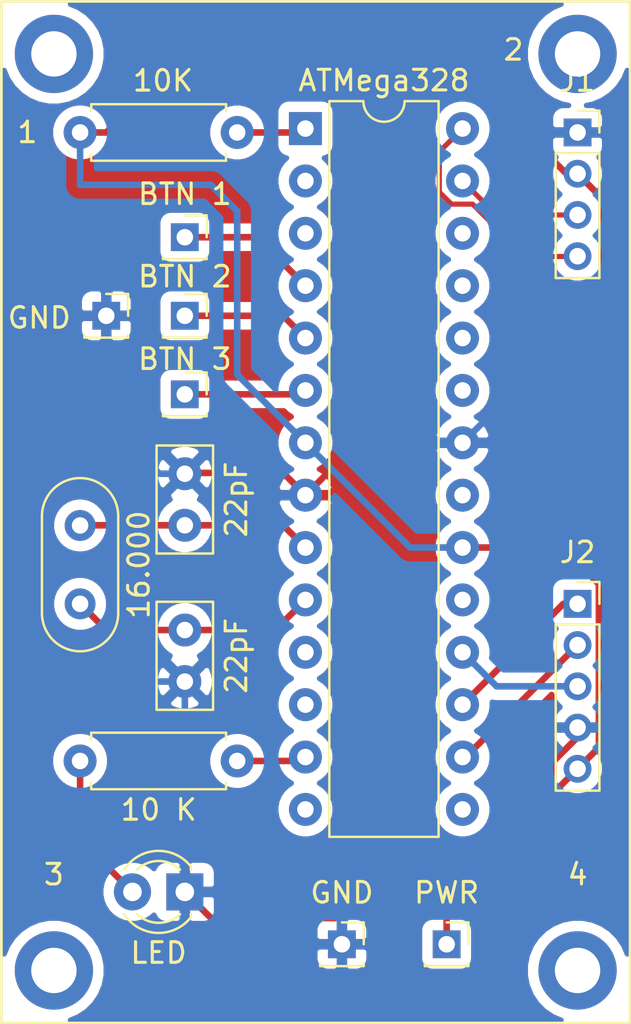
<source format=kicad_pcb>
(kicad_pcb (version 20171130) (host pcbnew "(5.1.6)-1")

  (general
    (thickness 1.6)
    (drawings 8)
    (tracks 90)
    (zones 0)
    (modules 19)
    (nets 28)
  )

  (page A4)
  (layers
    (0 F.Cu signal)
    (31 B.Cu signal)
    (32 B.Adhes user)
    (33 F.Adhes user)
    (34 B.Paste user)
    (35 F.Paste user)
    (36 B.SilkS user)
    (37 F.SilkS user)
    (38 B.Mask user)
    (39 F.Mask user)
    (40 Dwgs.User user)
    (41 Cmts.User user)
    (42 Eco1.User user)
    (43 Eco2.User user)
    (44 Edge.Cuts user)
    (45 Margin user)
    (46 B.CrtYd user)
    (47 F.CrtYd user)
    (48 B.Fab user)
    (49 F.Fab user)
  )

  (setup
    (last_trace_width 0.32)
    (user_trace_width 0.32)
    (user_trace_width 0.5)
    (user_trace_width 0.75)
    (trace_clearance 0.2)
    (zone_clearance 0.508)
    (zone_45_only no)
    (trace_min 0.2)
    (via_size 0.8)
    (via_drill 0.4)
    (via_min_size 0.4)
    (via_min_drill 0.3)
    (uvia_size 0.3)
    (uvia_drill 0.1)
    (uvias_allowed no)
    (uvia_min_size 0.2)
    (uvia_min_drill 0.1)
    (edge_width 0.05)
    (segment_width 0.2)
    (pcb_text_width 0.3)
    (pcb_text_size 1.5 1.5)
    (mod_edge_width 0.12)
    (mod_text_size 1 1)
    (mod_text_width 0.15)
    (pad_size 1.524 1.524)
    (pad_drill 0.762)
    (pad_to_mask_clearance 0.05)
    (aux_axis_origin 0 0)
    (visible_elements 7FFFFFFF)
    (pcbplotparams
      (layerselection 0x3ffff_ffffffff)
      (usegerberextensions false)
      (usegerberattributes true)
      (usegerberadvancedattributes true)
      (creategerberjobfile true)
      (excludeedgelayer true)
      (linewidth 0.100000)
      (plotframeref false)
      (viasonmask false)
      (mode 1)
      (useauxorigin false)
      (hpglpennumber 1)
      (hpglpenspeed 20)
      (hpglpendiameter 15.000000)
      (psnegative false)
      (psa4output false)
      (plotreference true)
      (plotvalue true)
      (plotinvisibletext false)
      (padsonsilk false)
      (subtractmaskfromsilk false)
      (outputformat 1)
      (mirror false)
      (drillshape 0)
      (scaleselection 1)
      (outputdirectory "Output/"))
  )

  (net 0 "")
  (net 1 GND)
  (net 2 "Net-(C1-Pad1)")
  (net 3 "Net-(C2-Pad2)")
  (net 4 "Net-(D1-Pad2)")
  (net 5 "Net-(J1-Pad4)")
  (net 6 "Net-(J1-Pad3)")
  (net 7 +5V)
  (net 8 "Net-(J2-Pad3)")
  (net 9 "Net-(J2-Pad2)")
  (net 10 "Net-(J2-Pad1)")
  (net 11 "Net-(R1-Pad1)")
  (net 12 "Net-(U1-Pad14)")
  (net 13 "Net-(U1-Pad26)")
  (net 14 "Net-(U1-Pad12)")
  (net 15 "Net-(U1-Pad25)")
  (net 16 "Net-(U1-Pad11)")
  (net 17 "Net-(U1-Pad24)")
  (net 18 "Net-(U1-Pad23)")
  (net 19 "Net-(U1-Pad21)")
  (net 20 "Net-(U1-Pad19)")
  (net 21 "Net-(U1-Pad3)")
  (net 22 "Net-(U1-Pad2)")
  (net 23 "Net-(U1-Pad15)")
  (net 24 "Net-(J5-Pad1)")
  (net 25 "Net-(J7-Pad1)")
  (net 26 "Net-(J9-Pad1)")
  (net 27 "Net-(R2-Pad1)")

  (net_class Default "This is the default net class."
    (clearance 0.2)
    (trace_width 0.25)
    (via_dia 0.8)
    (via_drill 0.4)
    (uvia_dia 0.3)
    (uvia_drill 0.1)
    (add_net +5V)
    (add_net GND)
    (add_net "Net-(C1-Pad1)")
    (add_net "Net-(C2-Pad2)")
    (add_net "Net-(D1-Pad2)")
    (add_net "Net-(J1-Pad3)")
    (add_net "Net-(J1-Pad4)")
    (add_net "Net-(J2-Pad1)")
    (add_net "Net-(J2-Pad2)")
    (add_net "Net-(J2-Pad3)")
    (add_net "Net-(J5-Pad1)")
    (add_net "Net-(J7-Pad1)")
    (add_net "Net-(J9-Pad1)")
    (add_net "Net-(R1-Pad1)")
    (add_net "Net-(R2-Pad1)")
    (add_net "Net-(U1-Pad11)")
    (add_net "Net-(U1-Pad12)")
    (add_net "Net-(U1-Pad14)")
    (add_net "Net-(U1-Pad15)")
    (add_net "Net-(U1-Pad19)")
    (add_net "Net-(U1-Pad2)")
    (add_net "Net-(U1-Pad21)")
    (add_net "Net-(U1-Pad23)")
    (add_net "Net-(U1-Pad24)")
    (add_net "Net-(U1-Pad25)")
    (add_net "Net-(U1-Pad26)")
    (add_net "Net-(U1-Pad3)")
  )

  (module MountingHole:MountingHole_2.2mm_M2_DIN965_Pad (layer F.Cu) (tedit 56D1B4CB) (tstamp 60A6BC7C)
    (at 92.71 76.2)
    (descr "Mounting Hole 2.2mm, M2, DIN965")
    (tags "mounting hole 2.2mm m2 din965")
    (attr virtual)
    (fp_text reference 1 (at -0.71 3.8) (layer F.SilkS)
      (effects (font (size 1 1) (thickness 0.15)) (justify right))
    )
    (fp_text value 1 (at 0 2.9) (layer F.Fab)
      (effects (font (size 1 1) (thickness 0.15)))
    )
    (fp_text user %R (at 0.3 0) (layer F.Fab)
      (effects (font (size 1 1) (thickness 0.15)))
    )
    (fp_circle (center 0 0) (end 1.9 0) (layer Cmts.User) (width 0.15))
    (fp_circle (center 0 0) (end 2.15 0) (layer F.CrtYd) (width 0.05))
    (pad 1 thru_hole circle (at 0 0) (size 3.8 3.8) (drill 2.2) (layers *.Cu *.Mask))
  )

  (module MountingHole:MountingHole_2.2mm_M2_DIN965_Pad (layer F.Cu) (tedit 56D1B4CB) (tstamp 60A6BC6E)
    (at 118.11 76.2)
    (descr "Mounting Hole 2.2mm, M2, DIN965")
    (tags "mounting hole 2.2mm m2 din965")
    (attr virtual)
    (fp_text reference 2 (at -3.11 -0.2) (layer F.SilkS)
      (effects (font (size 1 1) (thickness 0.15)))
    )
    (fp_text value 1 (at 0 2.9) (layer F.Fab)
      (effects (font (size 1 1) (thickness 0.15)))
    )
    (fp_circle (center 0 0) (end 2.15 0) (layer F.CrtYd) (width 0.05))
    (fp_circle (center 0 0) (end 1.9 0) (layer Cmts.User) (width 0.15))
    (fp_text user %R (at 0.3 0) (layer F.Fab)
      (effects (font (size 1 1) (thickness 0.15)))
    )
    (pad 1 thru_hole circle (at 0 0) (size 3.8 3.8) (drill 2.2) (layers *.Cu *.Mask))
  )

  (module MountingHole:MountingHole_2.2mm_M2_DIN965_Pad (layer F.Cu) (tedit 56D1B4CB) (tstamp 60A6BC55)
    (at 92.71 120.65)
    (descr "Mounting Hole 2.2mm, M2, DIN965")
    (tags "mounting hole 2.2mm m2 din965")
    (attr virtual)
    (fp_text reference 3 (at 0 -4.65) (layer F.SilkS)
      (effects (font (size 1 1) (thickness 0.15)))
    )
    (fp_text value 1 (at 0 -5.65) (layer F.Fab)
      (effects (font (size 1 1) (thickness 0.15)))
    )
    (fp_circle (center 0 0) (end 2.15 0) (layer F.CrtYd) (width 0.05))
    (fp_circle (center 0 0) (end 1.9 0) (layer Cmts.User) (width 0.15))
    (fp_text user %R (at 0.3 0) (layer F.Fab)
      (effects (font (size 1 1) (thickness 0.15)))
    )
    (pad 1 thru_hole circle (at 0 0) (size 3.8 3.8) (drill 2.2) (layers *.Cu *.Mask))
  )

  (module MountingHole:MountingHole_2.2mm_M2_DIN965_Pad (layer F.Cu) (tedit 56D1B4CB) (tstamp 60A6BC51)
    (at 118.11 120.65)
    (descr "Mounting Hole 2.2mm, M2, DIN965")
    (tags "mounting hole 2.2mm m2 din965")
    (attr virtual)
    (fp_text reference 4 (at 0 -4.65) (layer F.SilkS)
      (effects (font (size 1 1) (thickness 0.15)))
    )
    (fp_text value 1 (at 0 -5.65) (layer F.Fab)
      (effects (font (size 1 1) (thickness 0.15)))
    )
    (fp_text user %R (at 0.3 0) (layer F.Fab)
      (effects (font (size 1 1) (thickness 0.15)))
    )
    (fp_circle (center 0 0) (end 1.9 0) (layer Cmts.User) (width 0.15))
    (fp_circle (center 0 0) (end 2.15 0) (layer F.CrtYd) (width 0.05))
    (pad 1 thru_hole circle (at 0 0) (size 3.8 3.8) (drill 2.2) (layers *.Cu *.Mask))
  )

  (module Connector_PinSocket_2.00mm:PinSocket_1x01_P2.00mm_Vertical (layer F.Cu) (tedit 5A19A430) (tstamp 60A6D3E4)
    (at 95.25 88.9)
    (descr "Through hole straight socket strip, 1x01, 2.00mm pitch, single row (from Kicad 4.0.7), script generated")
    (tags "Through hole socket strip THT 1x01 2.00mm single row")
    (path /60AF0E1F)
    (fp_text reference GND (at -3.25 0.1) (layer F.SilkS)
      (effects (font (size 1 1) (thickness 0.15)))
    )
    (fp_text value - (at 0 2.5) (layer F.Fab)
      (effects (font (size 1 1) (thickness 0.15)))
    )
    (fp_line (start -1.5 1.5) (end -1.5 -1.5) (layer F.CrtYd) (width 0.05))
    (fp_line (start 1.5 1.5) (end -1.5 1.5) (layer F.CrtYd) (width 0.05))
    (fp_line (start 1.5 -1.5) (end 1.5 1.5) (layer F.CrtYd) (width 0.05))
    (fp_line (start -1.5 -1.5) (end 1.5 -1.5) (layer F.CrtYd) (width 0.05))
    (fp_line (start 0 -1.06) (end 1.06 -1.06) (layer F.SilkS) (width 0.12))
    (fp_line (start 1.06 -1.06) (end 1.06 0) (layer F.SilkS) (width 0.12))
    (fp_line (start 1.06 0.94) (end 1.06 1.06) (layer F.SilkS) (width 0.12))
    (fp_line (start -1.06 0.94) (end -1.06 1.06) (layer F.SilkS) (width 0.12))
    (fp_line (start -1.06 1.06) (end 1.06 1.06) (layer F.SilkS) (width 0.12))
    (fp_line (start -1 1) (end -1 -1) (layer F.Fab) (width 0.1))
    (fp_line (start 1 1) (end -1 1) (layer F.Fab) (width 0.1))
    (fp_line (start 1 -0.5) (end 1 1) (layer F.Fab) (width 0.1))
    (fp_line (start 0.5 -1) (end 1 -0.5) (layer F.Fab) (width 0.1))
    (fp_line (start -1 -1) (end 0.5 -1) (layer F.Fab) (width 0.1))
    (fp_text user %R (at 0 0) (layer F.Fab)
      (effects (font (size 1 1) (thickness 0.15)))
    )
    (pad 1 thru_hole rect (at 0 0) (size 1.35 1.35) (drill 0.8) (layers *.Cu *.Mask)
      (net 1 GND))
    (model ${KISYS3DMOD}/Connector_PinSocket_2.00mm.3dshapes/PinSocket_1x01_P2.00mm_Vertical.wrl
      (at (xyz 0 0 0))
      (scale (xyz 1 1 1))
      (rotate (xyz 0 0 0))
    )
  )

  (module LED_THT:LED_D3.0mm (layer F.Cu) (tedit 587A3A7B) (tstamp 60A6D33B)
    (at 99.06 116.84 180)
    (descr "LED, diameter 3.0mm, 2 pins")
    (tags "LED diameter 3.0mm 2 pins")
    (path /60A96804)
    (fp_text reference LED (at 1.27 -2.96) (layer F.SilkS)
      (effects (font (size 1 1) (thickness 0.15)))
    )
    (fp_text value LED (at 1.27 2.96) (layer F.Fab)
      (effects (font (size 1 1) (thickness 0.15)))
    )
    (fp_line (start 3.7 -2.25) (end -1.15 -2.25) (layer F.CrtYd) (width 0.05))
    (fp_line (start 3.7 2.25) (end 3.7 -2.25) (layer F.CrtYd) (width 0.05))
    (fp_line (start -1.15 2.25) (end 3.7 2.25) (layer F.CrtYd) (width 0.05))
    (fp_line (start -1.15 -2.25) (end -1.15 2.25) (layer F.CrtYd) (width 0.05))
    (fp_line (start -0.29 1.08) (end -0.29 1.236) (layer F.SilkS) (width 0.12))
    (fp_line (start -0.29 -1.236) (end -0.29 -1.08) (layer F.SilkS) (width 0.12))
    (fp_line (start -0.23 -1.16619) (end -0.23 1.16619) (layer F.Fab) (width 0.1))
    (fp_circle (center 1.27 0) (end 2.77 0) (layer F.Fab) (width 0.1))
    (fp_arc (start 1.27 0) (end 0.229039 1.08) (angle -87.9) (layer F.SilkS) (width 0.12))
    (fp_arc (start 1.27 0) (end 0.229039 -1.08) (angle 87.9) (layer F.SilkS) (width 0.12))
    (fp_arc (start 1.27 0) (end -0.29 1.235516) (angle -108.8) (layer F.SilkS) (width 0.12))
    (fp_arc (start 1.27 0) (end -0.29 -1.235516) (angle 108.8) (layer F.SilkS) (width 0.12))
    (fp_arc (start 1.27 0) (end -0.23 -1.16619) (angle 284.3) (layer F.Fab) (width 0.1))
    (pad 2 thru_hole circle (at 2.54 0 180) (size 1.8 1.8) (drill 0.9) (layers *.Cu *.Mask)
      (net 4 "Net-(D1-Pad2)"))
    (pad 1 thru_hole rect (at 0 0 180) (size 1.8 1.8) (drill 0.9) (layers *.Cu *.Mask)
      (net 1 GND))
    (model ${KISYS3DMOD}/LED_THT.3dshapes/LED_D3.0mm.wrl
      (at (xyz 0 0 0))
      (scale (xyz 1 1 1))
      (rotate (xyz 0 0 0))
    )
  )

  (module Crystal:Crystal_HC52-6mm_Vertical (layer F.Cu) (tedit 5A1AD3B8) (tstamp 60A6D481)
    (at 93.98 99.07 270)
    (descr "Crystal THT HC-52/6mm, http://www.kvg-gmbh.de/assets/uploads/files/product_pdfs/XS71xx.pdf")
    (tags "THT crystalHC-49/U")
    (path /60A70F29)
    (fp_text reference 16.000 (at 1.9 -2.85 90) (layer F.SilkS)
      (effects (font (size 1 1) (thickness 0.15)))
    )
    (fp_text value Crystal (at 1.9 2.85 90) (layer F.Fab)
      (effects (font (size 1 1) (thickness 0.15)))
    )
    (fp_line (start 6.4 -2.1) (end -2.6 -2.1) (layer F.CrtYd) (width 0.05))
    (fp_line (start 6.4 2.1) (end 6.4 -2.1) (layer F.CrtYd) (width 0.05))
    (fp_line (start -2.6 2.1) (end 6.4 2.1) (layer F.CrtYd) (width 0.05))
    (fp_line (start -2.6 -2.1) (end -2.6 2.1) (layer F.CrtYd) (width 0.05))
    (fp_line (start -0.45 1.85) (end 4.25 1.85) (layer F.SilkS) (width 0.12))
    (fp_line (start -0.45 -1.85) (end 4.25 -1.85) (layer F.SilkS) (width 0.12))
    (fp_line (start -0.45 1.15) (end 4.25 1.15) (layer F.Fab) (width 0.1))
    (fp_line (start -0.45 -1.15) (end 4.25 -1.15) (layer F.Fab) (width 0.1))
    (fp_line (start -0.45 1.65) (end 4.25 1.65) (layer F.Fab) (width 0.1))
    (fp_line (start -0.45 -1.65) (end 4.25 -1.65) (layer F.Fab) (width 0.1))
    (fp_arc (start 4.25 0) (end 4.25 -1.85) (angle 180) (layer F.SilkS) (width 0.12))
    (fp_arc (start -0.45 0) (end -0.45 -1.85) (angle -180) (layer F.SilkS) (width 0.12))
    (fp_arc (start 4.25 0) (end 4.25 -1.15) (angle 180) (layer F.Fab) (width 0.1))
    (fp_arc (start -0.45 0) (end -0.45 -1.15) (angle -180) (layer F.Fab) (width 0.1))
    (fp_arc (start 4.25 0) (end 4.25 -1.65) (angle 180) (layer F.Fab) (width 0.1))
    (fp_arc (start -0.45 0) (end -0.45 -1.65) (angle -180) (layer F.Fab) (width 0.1))
    (fp_text user %R (at 1.9 0 90) (layer F.Fab)
      (effects (font (size 1 1) (thickness 0.15)))
    )
    (pad 2 thru_hole circle (at 3.8 0 270) (size 1.5 1.5) (drill 0.8) (layers *.Cu *.Mask)
      (net 2 "Net-(C1-Pad1)"))
    (pad 1 thru_hole circle (at 0 0 270) (size 1.5 1.5) (drill 0.8) (layers *.Cu *.Mask)
      (net 3 "Net-(C2-Pad2)"))
    (model ${KISYS3DMOD}/Crystal.3dshapes/Crystal_HC52-6mm_Vertical.wrl
      (at (xyz 0 0 0))
      (scale (xyz 1 1 1))
      (rotate (xyz 0 0 0))
    )
  )

  (module Package_DIP:DIP-28_W7.62mm (layer F.Cu) (tedit 5A02E8C5) (tstamp 60A6D46A)
    (at 104.91 79.82)
    (descr "28-lead though-hole mounted DIP package, row spacing 7.62 mm (300 mils)")
    (tags "THT DIP DIL PDIP 2.54mm 7.62mm 300mil")
    (path /60A6D278)
    (fp_text reference ATMega328 (at 3.81 -2.33) (layer F.SilkS)
      (effects (font (size 1 1) (thickness 0.15)))
    )
    (fp_text value ATmega328P-PU (at 3.81 35.35) (layer F.Fab)
      (effects (font (size 1 1) (thickness 0.15)))
    )
    (fp_line (start 8.7 -1.55) (end -1.1 -1.55) (layer F.CrtYd) (width 0.05))
    (fp_line (start 8.7 34.55) (end 8.7 -1.55) (layer F.CrtYd) (width 0.05))
    (fp_line (start -1.1 34.55) (end 8.7 34.55) (layer F.CrtYd) (width 0.05))
    (fp_line (start -1.1 -1.55) (end -1.1 34.55) (layer F.CrtYd) (width 0.05))
    (fp_line (start 6.46 -1.33) (end 4.81 -1.33) (layer F.SilkS) (width 0.12))
    (fp_line (start 6.46 34.35) (end 6.46 -1.33) (layer F.SilkS) (width 0.12))
    (fp_line (start 1.16 34.35) (end 6.46 34.35) (layer F.SilkS) (width 0.12))
    (fp_line (start 1.16 -1.33) (end 1.16 34.35) (layer F.SilkS) (width 0.12))
    (fp_line (start 2.81 -1.33) (end 1.16 -1.33) (layer F.SilkS) (width 0.12))
    (fp_line (start 0.635 -0.27) (end 1.635 -1.27) (layer F.Fab) (width 0.1))
    (fp_line (start 0.635 34.29) (end 0.635 -0.27) (layer F.Fab) (width 0.1))
    (fp_line (start 6.985 34.29) (end 0.635 34.29) (layer F.Fab) (width 0.1))
    (fp_line (start 6.985 -1.27) (end 6.985 34.29) (layer F.Fab) (width 0.1))
    (fp_line (start 1.635 -1.27) (end 6.985 -1.27) (layer F.Fab) (width 0.1))
    (fp_text user %R (at 3.81 16.51) (layer F.Fab)
      (effects (font (size 1 1) (thickness 0.15)))
    )
    (fp_arc (start 3.81 -1.33) (end 2.81 -1.33) (angle -180) (layer F.SilkS) (width 0.12))
    (pad 28 thru_hole oval (at 7.62 0) (size 1.6 1.6) (drill 0.8) (layers *.Cu *.Mask)
      (net 5 "Net-(J1-Pad4)"))
    (pad 14 thru_hole oval (at 0 33.02) (size 1.6 1.6) (drill 0.8) (layers *.Cu *.Mask)
      (net 12 "Net-(U1-Pad14)"))
    (pad 27 thru_hole oval (at 7.62 2.54) (size 1.6 1.6) (drill 0.8) (layers *.Cu *.Mask)
      (net 6 "Net-(J1-Pad3)"))
    (pad 13 thru_hole oval (at 0 30.48) (size 1.6 1.6) (drill 0.8) (layers *.Cu *.Mask)
      (net 27 "Net-(R2-Pad1)"))
    (pad 26 thru_hole oval (at 7.62 5.08) (size 1.6 1.6) (drill 0.8) (layers *.Cu *.Mask)
      (net 13 "Net-(U1-Pad26)"))
    (pad 12 thru_hole oval (at 0 27.94) (size 1.6 1.6) (drill 0.8) (layers *.Cu *.Mask)
      (net 14 "Net-(U1-Pad12)"))
    (pad 25 thru_hole oval (at 7.62 7.62) (size 1.6 1.6) (drill 0.8) (layers *.Cu *.Mask)
      (net 15 "Net-(U1-Pad25)"))
    (pad 11 thru_hole oval (at 0 25.4) (size 1.6 1.6) (drill 0.8) (layers *.Cu *.Mask)
      (net 16 "Net-(U1-Pad11)"))
    (pad 24 thru_hole oval (at 7.62 10.16) (size 1.6 1.6) (drill 0.8) (layers *.Cu *.Mask)
      (net 17 "Net-(U1-Pad24)"))
    (pad 10 thru_hole oval (at 0 22.86) (size 1.6 1.6) (drill 0.8) (layers *.Cu *.Mask)
      (net 2 "Net-(C1-Pad1)"))
    (pad 23 thru_hole oval (at 7.62 12.7) (size 1.6 1.6) (drill 0.8) (layers *.Cu *.Mask)
      (net 18 "Net-(U1-Pad23)"))
    (pad 9 thru_hole oval (at 0 20.32) (size 1.6 1.6) (drill 0.8) (layers *.Cu *.Mask)
      (net 3 "Net-(C2-Pad2)"))
    (pad 22 thru_hole oval (at 7.62 15.24) (size 1.6 1.6) (drill 0.8) (layers *.Cu *.Mask)
      (net 1 GND))
    (pad 8 thru_hole oval (at 0 17.78) (size 1.6 1.6) (drill 0.8) (layers *.Cu *.Mask)
      (net 1 GND))
    (pad 21 thru_hole oval (at 7.62 17.78) (size 1.6 1.6) (drill 0.8) (layers *.Cu *.Mask)
      (net 19 "Net-(U1-Pad21)"))
    (pad 7 thru_hole oval (at 0 15.24) (size 1.6 1.6) (drill 0.8) (layers *.Cu *.Mask)
      (net 7 +5V))
    (pad 20 thru_hole oval (at 7.62 20.32) (size 1.6 1.6) (drill 0.8) (layers *.Cu *.Mask)
      (net 7 +5V))
    (pad 6 thru_hole oval (at 0 12.7) (size 1.6 1.6) (drill 0.8) (layers *.Cu *.Mask)
      (net 24 "Net-(J5-Pad1)"))
    (pad 19 thru_hole oval (at 7.62 22.86) (size 1.6 1.6) (drill 0.8) (layers *.Cu *.Mask)
      (net 20 "Net-(U1-Pad19)"))
    (pad 5 thru_hole oval (at 0 10.16) (size 1.6 1.6) (drill 0.8) (layers *.Cu *.Mask)
      (net 25 "Net-(J7-Pad1)"))
    (pad 18 thru_hole oval (at 7.62 25.4) (size 1.6 1.6) (drill 0.8) (layers *.Cu *.Mask)
      (net 8 "Net-(J2-Pad3)"))
    (pad 4 thru_hole oval (at 0 7.62) (size 1.6 1.6) (drill 0.8) (layers *.Cu *.Mask)
      (net 26 "Net-(J9-Pad1)"))
    (pad 17 thru_hole oval (at 7.62 27.94) (size 1.6 1.6) (drill 0.8) (layers *.Cu *.Mask)
      (net 10 "Net-(J2-Pad1)"))
    (pad 3 thru_hole oval (at 0 5.08) (size 1.6 1.6) (drill 0.8) (layers *.Cu *.Mask)
      (net 21 "Net-(U1-Pad3)"))
    (pad 16 thru_hole oval (at 7.62 30.48) (size 1.6 1.6) (drill 0.8) (layers *.Cu *.Mask)
      (net 9 "Net-(J2-Pad2)"))
    (pad 2 thru_hole oval (at 0 2.54) (size 1.6 1.6) (drill 0.8) (layers *.Cu *.Mask)
      (net 22 "Net-(U1-Pad2)"))
    (pad 15 thru_hole oval (at 7.62 33.02) (size 1.6 1.6) (drill 0.8) (layers *.Cu *.Mask)
      (net 23 "Net-(U1-Pad15)"))
    (pad 1 thru_hole rect (at 0 0) (size 1.6 1.6) (drill 0.8) (layers *.Cu *.Mask)
      (net 11 "Net-(R1-Pad1)"))
    (model ${KISYS3DMOD}/Package_DIP.3dshapes/DIP-28_W7.62mm.wrl
      (at (xyz 0 0 0))
      (scale (xyz 1 1 1))
      (rotate (xyz 0 0 0))
    )
  )

  (module Resistor_THT:R_Axial_DIN0207_L6.3mm_D2.5mm_P7.62mm_Horizontal (layer F.Cu) (tedit 5AE5139B) (tstamp 60A6D43A)
    (at 101.6 110.49 180)
    (descr "Resistor, Axial_DIN0207 series, Axial, Horizontal, pin pitch=7.62mm, 0.25W = 1/4W, length*diameter=6.3*2.5mm^2, http://cdn-reichelt.de/documents/datenblatt/B400/1_4W%23YAG.pdf")
    (tags "Resistor Axial_DIN0207 series Axial Horizontal pin pitch 7.62mm 0.25W = 1/4W length 6.3mm diameter 2.5mm")
    (path /60A9C9F2)
    (fp_text reference "10 K" (at 3.81 -2.37) (layer F.SilkS)
      (effects (font (size 1 1) (thickness 0.15)))
    )
    (fp_text value R (at 3.81 2.37) (layer F.Fab)
      (effects (font (size 1 1) (thickness 0.15)))
    )
    (fp_line (start 8.67 -1.5) (end -1.05 -1.5) (layer F.CrtYd) (width 0.05))
    (fp_line (start 8.67 1.5) (end 8.67 -1.5) (layer F.CrtYd) (width 0.05))
    (fp_line (start -1.05 1.5) (end 8.67 1.5) (layer F.CrtYd) (width 0.05))
    (fp_line (start -1.05 -1.5) (end -1.05 1.5) (layer F.CrtYd) (width 0.05))
    (fp_line (start 7.08 1.37) (end 7.08 1.04) (layer F.SilkS) (width 0.12))
    (fp_line (start 0.54 1.37) (end 7.08 1.37) (layer F.SilkS) (width 0.12))
    (fp_line (start 0.54 1.04) (end 0.54 1.37) (layer F.SilkS) (width 0.12))
    (fp_line (start 7.08 -1.37) (end 7.08 -1.04) (layer F.SilkS) (width 0.12))
    (fp_line (start 0.54 -1.37) (end 7.08 -1.37) (layer F.SilkS) (width 0.12))
    (fp_line (start 0.54 -1.04) (end 0.54 -1.37) (layer F.SilkS) (width 0.12))
    (fp_line (start 7.62 0) (end 6.96 0) (layer F.Fab) (width 0.1))
    (fp_line (start 0 0) (end 0.66 0) (layer F.Fab) (width 0.1))
    (fp_line (start 6.96 -1.25) (end 0.66 -1.25) (layer F.Fab) (width 0.1))
    (fp_line (start 6.96 1.25) (end 6.96 -1.25) (layer F.Fab) (width 0.1))
    (fp_line (start 0.66 1.25) (end 6.96 1.25) (layer F.Fab) (width 0.1))
    (fp_line (start 0.66 -1.25) (end 0.66 1.25) (layer F.Fab) (width 0.1))
    (fp_text user %R (at 3.81 0 180) (layer F.Fab)
      (effects (font (size 1 1) (thickness 0.15)))
    )
    (pad 2 thru_hole oval (at 7.62 0 180) (size 1.6 1.6) (drill 0.8) (layers *.Cu *.Mask)
      (net 4 "Net-(D1-Pad2)"))
    (pad 1 thru_hole circle (at 0 0 180) (size 1.6 1.6) (drill 0.8) (layers *.Cu *.Mask)
      (net 27 "Net-(R2-Pad1)"))
    (model ${KISYS3DMOD}/Resistor_THT.3dshapes/R_Axial_DIN0207_L6.3mm_D2.5mm_P7.62mm_Horizontal.wrl
      (at (xyz 0 0 0))
      (scale (xyz 1 1 1))
      (rotate (xyz 0 0 0))
    )
  )

  (module Resistor_THT:R_Axial_DIN0207_L6.3mm_D2.5mm_P7.62mm_Horizontal (layer F.Cu) (tedit 5AE5139B) (tstamp 60A6D423)
    (at 101.6 80.01 180)
    (descr "Resistor, Axial_DIN0207 series, Axial, Horizontal, pin pitch=7.62mm, 0.25W = 1/4W, length*diameter=6.3*2.5mm^2, http://cdn-reichelt.de/documents/datenblatt/B400/1_4W%23YAG.pdf")
    (tags "Resistor Axial_DIN0207 series Axial Horizontal pin pitch 7.62mm 0.25W = 1/4W length 6.3mm diameter 2.5mm")
    (path /60A737E1)
    (fp_text reference 10K (at 3.6 2.51) (layer F.SilkS)
      (effects (font (size 1 1) (thickness 0.15)))
    )
    (fp_text value R (at 3.81 2.37) (layer F.Fab)
      (effects (font (size 1 1) (thickness 0.15)))
    )
    (fp_line (start 8.67 -1.5) (end -1.05 -1.5) (layer F.CrtYd) (width 0.05))
    (fp_line (start 8.67 1.5) (end 8.67 -1.5) (layer F.CrtYd) (width 0.05))
    (fp_line (start -1.05 1.5) (end 8.67 1.5) (layer F.CrtYd) (width 0.05))
    (fp_line (start -1.05 -1.5) (end -1.05 1.5) (layer F.CrtYd) (width 0.05))
    (fp_line (start 7.08 1.37) (end 7.08 1.04) (layer F.SilkS) (width 0.12))
    (fp_line (start 0.54 1.37) (end 7.08 1.37) (layer F.SilkS) (width 0.12))
    (fp_line (start 0.54 1.04) (end 0.54 1.37) (layer F.SilkS) (width 0.12))
    (fp_line (start 7.08 -1.37) (end 7.08 -1.04) (layer F.SilkS) (width 0.12))
    (fp_line (start 0.54 -1.37) (end 7.08 -1.37) (layer F.SilkS) (width 0.12))
    (fp_line (start 0.54 -1.04) (end 0.54 -1.37) (layer F.SilkS) (width 0.12))
    (fp_line (start 7.62 0) (end 6.96 0) (layer F.Fab) (width 0.1))
    (fp_line (start 0 0) (end 0.66 0) (layer F.Fab) (width 0.1))
    (fp_line (start 6.96 -1.25) (end 0.66 -1.25) (layer F.Fab) (width 0.1))
    (fp_line (start 6.96 1.25) (end 6.96 -1.25) (layer F.Fab) (width 0.1))
    (fp_line (start 0.66 1.25) (end 6.96 1.25) (layer F.Fab) (width 0.1))
    (fp_line (start 0.66 -1.25) (end 0.66 1.25) (layer F.Fab) (width 0.1))
    (fp_text user %R (at 3.81 0) (layer F.Fab)
      (effects (font (size 1 1) (thickness 0.15)))
    )
    (pad 2 thru_hole oval (at 7.62 0 180) (size 1.6 1.6) (drill 0.8) (layers *.Cu *.Mask)
      (net 7 +5V))
    (pad 1 thru_hole circle (at 0 0 180) (size 1.6 1.6) (drill 0.8) (layers *.Cu *.Mask)
      (net 11 "Net-(R1-Pad1)"))
    (model ${KISYS3DMOD}/Resistor_THT.3dshapes/R_Axial_DIN0207_L6.3mm_D2.5mm_P7.62mm_Horizontal.wrl
      (at (xyz 0 0 0))
      (scale (xyz 1 1 1))
      (rotate (xyz 0 0 0))
    )
  )

  (module Connector_PinSocket_2.00mm:PinSocket_1x01_P2.00mm_Vertical (layer F.Cu) (tedit 5A19A430) (tstamp 60A6D3F8)
    (at 99.06 85.09)
    (descr "Through hole straight socket strip, 1x01, 2.00mm pitch, single row (from Kicad 4.0.7), script generated")
    (tags "Through hole socket strip THT 1x01 2.00mm single row")
    (path /60AE9FFD)
    (fp_text reference "BTN 1" (at 0 -2.09) (layer F.SilkS)
      (effects (font (size 1 1) (thickness 0.15)))
    )
    (fp_text value + (at 0 2.5) (layer F.Fab)
      (effects (font (size 1 1) (thickness 0.15)))
    )
    (fp_line (start -1.5 1.5) (end -1.5 -1.5) (layer F.CrtYd) (width 0.05))
    (fp_line (start 1.5 1.5) (end -1.5 1.5) (layer F.CrtYd) (width 0.05))
    (fp_line (start 1.5 -1.5) (end 1.5 1.5) (layer F.CrtYd) (width 0.05))
    (fp_line (start -1.5 -1.5) (end 1.5 -1.5) (layer F.CrtYd) (width 0.05))
    (fp_line (start 0 -1.06) (end 1.06 -1.06) (layer F.SilkS) (width 0.12))
    (fp_line (start 1.06 -1.06) (end 1.06 0) (layer F.SilkS) (width 0.12))
    (fp_line (start 1.06 0.94) (end 1.06 1.06) (layer F.SilkS) (width 0.12))
    (fp_line (start -1.06 0.94) (end -1.06 1.06) (layer F.SilkS) (width 0.12))
    (fp_line (start -1.06 1.06) (end 1.06 1.06) (layer F.SilkS) (width 0.12))
    (fp_line (start -1 1) (end -1 -1) (layer F.Fab) (width 0.1))
    (fp_line (start 1 1) (end -1 1) (layer F.Fab) (width 0.1))
    (fp_line (start 1 -0.5) (end 1 1) (layer F.Fab) (width 0.1))
    (fp_line (start 0.5 -1) (end 1 -0.5) (layer F.Fab) (width 0.1))
    (fp_line (start -1 -1) (end 0.5 -1) (layer F.Fab) (width 0.1))
    (fp_text user %R (at 0 0) (layer F.Fab)
      (effects (font (size 1 1) (thickness 0.15)))
    )
    (pad 1 thru_hole rect (at 0 0) (size 1.35 1.35) (drill 0.8) (layers *.Cu *.Mask)
      (net 26 "Net-(J9-Pad1)"))
    (model ${KISYS3DMOD}/Connector_PinSocket_2.00mm.3dshapes/PinSocket_1x01_P2.00mm_Vertical.wrl
      (at (xyz 0 0 0))
      (scale (xyz 1 1 1))
      (rotate (xyz 0 0 0))
    )
  )

  (module Connector_PinSocket_2.00mm:PinSocket_1x01_P2.00mm_Vertical (layer F.Cu) (tedit 5A19A430) (tstamp 60A6D3D0)
    (at 99.06 88.9)
    (descr "Through hole straight socket strip, 1x01, 2.00mm pitch, single row (from Kicad 4.0.7), script generated")
    (tags "Through hole socket strip THT 1x01 2.00mm single row")
    (path /60AE983A)
    (fp_text reference "BTN 2" (at 0 -1.9) (layer F.SilkS)
      (effects (font (size 1 1) (thickness 0.15)))
    )
    (fp_text value + (at 0 2.5) (layer F.Fab)
      (effects (font (size 1 1) (thickness 0.15)))
    )
    (fp_line (start -1.5 1.5) (end -1.5 -1.5) (layer F.CrtYd) (width 0.05))
    (fp_line (start 1.5 1.5) (end -1.5 1.5) (layer F.CrtYd) (width 0.05))
    (fp_line (start 1.5 -1.5) (end 1.5 1.5) (layer F.CrtYd) (width 0.05))
    (fp_line (start -1.5 -1.5) (end 1.5 -1.5) (layer F.CrtYd) (width 0.05))
    (fp_line (start 0 -1.06) (end 1.06 -1.06) (layer F.SilkS) (width 0.12))
    (fp_line (start 1.06 -1.06) (end 1.06 0) (layer F.SilkS) (width 0.12))
    (fp_line (start 1.06 0.94) (end 1.06 1.06) (layer F.SilkS) (width 0.12))
    (fp_line (start -1.06 0.94) (end -1.06 1.06) (layer F.SilkS) (width 0.12))
    (fp_line (start -1.06 1.06) (end 1.06 1.06) (layer F.SilkS) (width 0.12))
    (fp_line (start -1 1) (end -1 -1) (layer F.Fab) (width 0.1))
    (fp_line (start 1 1) (end -1 1) (layer F.Fab) (width 0.1))
    (fp_line (start 1 -0.5) (end 1 1) (layer F.Fab) (width 0.1))
    (fp_line (start 0.5 -1) (end 1 -0.5) (layer F.Fab) (width 0.1))
    (fp_line (start -1 -1) (end 0.5 -1) (layer F.Fab) (width 0.1))
    (fp_text user %R (at 0 0) (layer F.Fab)
      (effects (font (size 1 1) (thickness 0.15)))
    )
    (pad 1 thru_hole rect (at 0 0) (size 1.35 1.35) (drill 0.8) (layers *.Cu *.Mask)
      (net 25 "Net-(J7-Pad1)"))
    (model ${KISYS3DMOD}/Connector_PinSocket_2.00mm.3dshapes/PinSocket_1x01_P2.00mm_Vertical.wrl
      (at (xyz 0 0 0))
      (scale (xyz 1 1 1))
      (rotate (xyz 0 0 0))
    )
  )

  (module Connector_PinSocket_2.00mm:PinSocket_1x01_P2.00mm_Vertical (layer F.Cu) (tedit 5A19A430) (tstamp 60A6D3A8)
    (at 99.06 92.71)
    (descr "Through hole straight socket strip, 1x01, 2.00mm pitch, single row (from Kicad 4.0.7), script generated")
    (tags "Through hole socket strip THT 1x01 2.00mm single row")
    (path /60ADE407)
    (fp_text reference "BTN 3" (at 0 -1.71) (layer F.SilkS)
      (effects (font (size 1 1) (thickness 0.15)))
    )
    (fp_text value + (at 0 2.5) (layer F.Fab)
      (effects (font (size 1 1) (thickness 0.15)))
    )
    (fp_line (start -1.5 1.5) (end -1.5 -1.5) (layer F.CrtYd) (width 0.05))
    (fp_line (start 1.5 1.5) (end -1.5 1.5) (layer F.CrtYd) (width 0.05))
    (fp_line (start 1.5 -1.5) (end 1.5 1.5) (layer F.CrtYd) (width 0.05))
    (fp_line (start -1.5 -1.5) (end 1.5 -1.5) (layer F.CrtYd) (width 0.05))
    (fp_line (start 0 -1.06) (end 1.06 -1.06) (layer F.SilkS) (width 0.12))
    (fp_line (start 1.06 -1.06) (end 1.06 0) (layer F.SilkS) (width 0.12))
    (fp_line (start 1.06 0.94) (end 1.06 1.06) (layer F.SilkS) (width 0.12))
    (fp_line (start -1.06 0.94) (end -1.06 1.06) (layer F.SilkS) (width 0.12))
    (fp_line (start -1.06 1.06) (end 1.06 1.06) (layer F.SilkS) (width 0.12))
    (fp_line (start -1 1) (end -1 -1) (layer F.Fab) (width 0.1))
    (fp_line (start 1 1) (end -1 1) (layer F.Fab) (width 0.1))
    (fp_line (start 1 -0.5) (end 1 1) (layer F.Fab) (width 0.1))
    (fp_line (start 0.5 -1) (end 1 -0.5) (layer F.Fab) (width 0.1))
    (fp_line (start -1 -1) (end 0.5 -1) (layer F.Fab) (width 0.1))
    (fp_text user %R (at 0 0) (layer F.Fab)
      (effects (font (size 1 1) (thickness 0.15)))
    )
    (pad 1 thru_hole rect (at 0 0) (size 1.35 1.35) (drill 0.8) (layers *.Cu *.Mask)
      (net 24 "Net-(J5-Pad1)"))
    (model ${KISYS3DMOD}/Connector_PinSocket_2.00mm.3dshapes/PinSocket_1x01_P2.00mm_Vertical.wrl
      (at (xyz 0 0 0))
      (scale (xyz 1 1 1))
      (rotate (xyz 0 0 0))
    )
  )

  (module Connector_PinSocket_2.00mm:PinSocket_1x01_P2.00mm_Vertical (layer F.Cu) (tedit 5A19A430) (tstamp 60A6D394)
    (at 111.76 119.38)
    (descr "Through hole straight socket strip, 1x01, 2.00mm pitch, single row (from Kicad 4.0.7), script generated")
    (tags "Through hole socket strip THT 1x01 2.00mm single row")
    (path /60A844C4)
    (fp_text reference PWR (at 0 -2.5) (layer F.SilkS)
      (effects (font (size 1 1) (thickness 0.15)))
    )
    (fp_text value POWER_IN (at 0 2.5) (layer F.Fab)
      (effects (font (size 1 1) (thickness 0.15)))
    )
    (fp_line (start -1.5 1.5) (end -1.5 -1.5) (layer F.CrtYd) (width 0.05))
    (fp_line (start 1.5 1.5) (end -1.5 1.5) (layer F.CrtYd) (width 0.05))
    (fp_line (start 1.5 -1.5) (end 1.5 1.5) (layer F.CrtYd) (width 0.05))
    (fp_line (start -1.5 -1.5) (end 1.5 -1.5) (layer F.CrtYd) (width 0.05))
    (fp_line (start 0 -1.06) (end 1.06 -1.06) (layer F.SilkS) (width 0.12))
    (fp_line (start 1.06 -1.06) (end 1.06 0) (layer F.SilkS) (width 0.12))
    (fp_line (start 1.06 0.94) (end 1.06 1.06) (layer F.SilkS) (width 0.12))
    (fp_line (start -1.06 0.94) (end -1.06 1.06) (layer F.SilkS) (width 0.12))
    (fp_line (start -1.06 1.06) (end 1.06 1.06) (layer F.SilkS) (width 0.12))
    (fp_line (start -1 1) (end -1 -1) (layer F.Fab) (width 0.1))
    (fp_line (start 1 1) (end -1 1) (layer F.Fab) (width 0.1))
    (fp_line (start 1 -0.5) (end 1 1) (layer F.Fab) (width 0.1))
    (fp_line (start 0.5 -1) (end 1 -0.5) (layer F.Fab) (width 0.1))
    (fp_line (start -1 -1) (end 0.5 -1) (layer F.Fab) (width 0.1))
    (fp_text user %R (at 0 0) (layer F.Fab)
      (effects (font (size 1 1) (thickness 0.15)))
    )
    (pad 1 thru_hole rect (at 0 0) (size 1.35 1.35) (drill 0.8) (layers *.Cu *.Mask)
      (net 7 +5V))
    (model ${KISYS3DMOD}/Connector_PinSocket_2.00mm.3dshapes/PinSocket_1x01_P2.00mm_Vertical.wrl
      (at (xyz 0 0 0))
      (scale (xyz 1 1 1))
      (rotate (xyz 0 0 0))
    )
  )

  (module Connector_PinSocket_2.00mm:PinSocket_1x01_P2.00mm_Vertical (layer F.Cu) (tedit 5A19A430) (tstamp 60A6D380)
    (at 106.68 119.38)
    (descr "Through hole straight socket strip, 1x01, 2.00mm pitch, single row (from Kicad 4.0.7), script generated")
    (tags "Through hole socket strip THT 1x01 2.00mm single row")
    (path /60A8537F)
    (fp_text reference GND (at 0 -2.5) (layer F.SilkS)
      (effects (font (size 1 1) (thickness 0.15)))
    )
    (fp_text value GND_IN (at 0 2.5) (layer F.Fab)
      (effects (font (size 1 1) (thickness 0.15)))
    )
    (fp_line (start -1.5 1.5) (end -1.5 -1.5) (layer F.CrtYd) (width 0.05))
    (fp_line (start 1.5 1.5) (end -1.5 1.5) (layer F.CrtYd) (width 0.05))
    (fp_line (start 1.5 -1.5) (end 1.5 1.5) (layer F.CrtYd) (width 0.05))
    (fp_line (start -1.5 -1.5) (end 1.5 -1.5) (layer F.CrtYd) (width 0.05))
    (fp_line (start 0 -1.06) (end 1.06 -1.06) (layer F.SilkS) (width 0.12))
    (fp_line (start 1.06 -1.06) (end 1.06 0) (layer F.SilkS) (width 0.12))
    (fp_line (start 1.06 0.94) (end 1.06 1.06) (layer F.SilkS) (width 0.12))
    (fp_line (start -1.06 0.94) (end -1.06 1.06) (layer F.SilkS) (width 0.12))
    (fp_line (start -1.06 1.06) (end 1.06 1.06) (layer F.SilkS) (width 0.12))
    (fp_line (start -1 1) (end -1 -1) (layer F.Fab) (width 0.1))
    (fp_line (start 1 1) (end -1 1) (layer F.Fab) (width 0.1))
    (fp_line (start 1 -0.5) (end 1 1) (layer F.Fab) (width 0.1))
    (fp_line (start 0.5 -1) (end 1 -0.5) (layer F.Fab) (width 0.1))
    (fp_line (start -1 -1) (end 0.5 -1) (layer F.Fab) (width 0.1))
    (fp_text user %R (at 0 0) (layer F.Fab)
      (effects (font (size 1 1) (thickness 0.15)))
    )
    (pad 1 thru_hole rect (at 0 0) (size 1.35 1.35) (drill 0.8) (layers *.Cu *.Mask)
      (net 1 GND))
    (model ${KISYS3DMOD}/Connector_PinSocket_2.00mm.3dshapes/PinSocket_1x01_P2.00mm_Vertical.wrl
      (at (xyz 0 0 0))
      (scale (xyz 1 1 1))
      (rotate (xyz 0 0 0))
    )
  )

  (module Connector_PinSocket_2.00mm:PinSocket_1x05_P2.00mm_Vertical (layer F.Cu) (tedit 5A19A42B) (tstamp 60A6D36C)
    (at 118.11 102.87)
    (descr "Through hole straight socket strip, 1x05, 2.00mm pitch, single row (from Kicad 4.0.7), script generated")
    (tags "Through hole socket strip THT 1x05 2.00mm single row")
    (path /60A9F18C)
    (fp_text reference J2 (at 0 -2.5) (layer F.SilkS)
      (effects (font (size 1 1) (thickness 0.15)))
    )
    (fp_text value 7seg (at 0 10.5) (layer F.Fab)
      (effects (font (size 1 1) (thickness 0.15)))
    )
    (fp_line (start -1.5 9.5) (end -1.5 -1.5) (layer F.CrtYd) (width 0.05))
    (fp_line (start 1.5 9.5) (end -1.5 9.5) (layer F.CrtYd) (width 0.05))
    (fp_line (start 1.5 -1.5) (end 1.5 9.5) (layer F.CrtYd) (width 0.05))
    (fp_line (start -1.5 -1.5) (end 1.5 -1.5) (layer F.CrtYd) (width 0.05))
    (fp_line (start 0 -1.06) (end 1.06 -1.06) (layer F.SilkS) (width 0.12))
    (fp_line (start 1.06 -1.06) (end 1.06 0) (layer F.SilkS) (width 0.12))
    (fp_line (start 1.06 1) (end 1.06 9.06) (layer F.SilkS) (width 0.12))
    (fp_line (start -1.06 9.06) (end 1.06 9.06) (layer F.SilkS) (width 0.12))
    (fp_line (start -1.06 1) (end -1.06 9.06) (layer F.SilkS) (width 0.12))
    (fp_line (start -1.06 1) (end 1.06 1) (layer F.SilkS) (width 0.12))
    (fp_line (start -1 9) (end -1 -1) (layer F.Fab) (width 0.1))
    (fp_line (start 1 9) (end -1 9) (layer F.Fab) (width 0.1))
    (fp_line (start 1 -0.5) (end 1 9) (layer F.Fab) (width 0.1))
    (fp_line (start 0.5 -1) (end 1 -0.5) (layer F.Fab) (width 0.1))
    (fp_line (start -1 -1) (end 0.5 -1) (layer F.Fab) (width 0.1))
    (fp_text user %R (at 0 4 90) (layer F.Fab)
      (effects (font (size 1 1) (thickness 0.15)))
    )
    (pad 5 thru_hole oval (at 0 8) (size 1.35 1.35) (drill 0.8) (layers *.Cu *.Mask)
      (net 7 +5V))
    (pad 4 thru_hole oval (at 0 6) (size 1.35 1.35) (drill 0.8) (layers *.Cu *.Mask)
      (net 1 GND))
    (pad 3 thru_hole oval (at 0 4) (size 1.35 1.35) (drill 0.8) (layers *.Cu *.Mask)
      (net 8 "Net-(J2-Pad3)"))
    (pad 2 thru_hole oval (at 0 2) (size 1.35 1.35) (drill 0.8) (layers *.Cu *.Mask)
      (net 9 "Net-(J2-Pad2)"))
    (pad 1 thru_hole rect (at 0 0) (size 1.35 1.35) (drill 0.8) (layers *.Cu *.Mask)
      (net 10 "Net-(J2-Pad1)"))
    (model ${KISYS3DMOD}/Connector_PinSocket_2.00mm.3dshapes/PinSocket_1x05_P2.00mm_Vertical.wrl
      (at (xyz 0 0 0))
      (scale (xyz 1 1 1))
      (rotate (xyz 0 0 0))
    )
  )

  (module Connector_PinSocket_2.00mm:PinSocket_1x04_P2.00mm_Vertical (layer F.Cu) (tedit 5A19A425) (tstamp 60A6D353)
    (at 118.11 80.01)
    (descr "Through hole straight socket strip, 1x04, 2.00mm pitch, single row (from Kicad 4.0.7), script generated")
    (tags "Through hole socket strip THT 1x04 2.00mm single row")
    (path /60A7966C)
    (fp_text reference J1 (at 0 -2.5) (layer F.SilkS)
      (effects (font (size 1 1) (thickness 0.15)))
    )
    (fp_text value rtc (at 0 8.5) (layer F.Fab)
      (effects (font (size 1 1) (thickness 0.15)))
    )
    (fp_line (start -1.5 7.5) (end -1.5 -1.5) (layer F.CrtYd) (width 0.05))
    (fp_line (start 1.5 7.5) (end -1.5 7.5) (layer F.CrtYd) (width 0.05))
    (fp_line (start 1.5 -1.5) (end 1.5 7.5) (layer F.CrtYd) (width 0.05))
    (fp_line (start -1.5 -1.5) (end 1.5 -1.5) (layer F.CrtYd) (width 0.05))
    (fp_line (start 0 -1.06) (end 1.06 -1.06) (layer F.SilkS) (width 0.12))
    (fp_line (start 1.06 -1.06) (end 1.06 0) (layer F.SilkS) (width 0.12))
    (fp_line (start 1.06 1) (end 1.06 7.06) (layer F.SilkS) (width 0.12))
    (fp_line (start -1.06 7.06) (end 1.06 7.06) (layer F.SilkS) (width 0.12))
    (fp_line (start -1.06 1) (end -1.06 7.06) (layer F.SilkS) (width 0.12))
    (fp_line (start -1.06 1) (end 1.06 1) (layer F.SilkS) (width 0.12))
    (fp_line (start -1 7) (end -1 -1) (layer F.Fab) (width 0.1))
    (fp_line (start 1 7) (end -1 7) (layer F.Fab) (width 0.1))
    (fp_line (start 1 -0.5) (end 1 7) (layer F.Fab) (width 0.1))
    (fp_line (start 0.5 -1) (end 1 -0.5) (layer F.Fab) (width 0.1))
    (fp_line (start -1 -1) (end 0.5 -1) (layer F.Fab) (width 0.1))
    (fp_text user %R (at 0 3 90) (layer F.Fab)
      (effects (font (size 1 1) (thickness 0.15)))
    )
    (pad 4 thru_hole oval (at 0 6) (size 1.35 1.35) (drill 0.8) (layers *.Cu *.Mask)
      (net 5 "Net-(J1-Pad4)"))
    (pad 3 thru_hole oval (at 0 4) (size 1.35 1.35) (drill 0.8) (layers *.Cu *.Mask)
      (net 6 "Net-(J1-Pad3)"))
    (pad 2 thru_hole oval (at 0 2) (size 1.35 1.35) (drill 0.8) (layers *.Cu *.Mask)
      (net 7 +5V))
    (pad 1 thru_hole rect (at 0 0) (size 1.35 1.35) (drill 0.8) (layers *.Cu *.Mask)
      (net 1 GND))
    (model ${KISYS3DMOD}/Connector_PinSocket_2.00mm.3dshapes/PinSocket_1x04_P2.00mm_Vertical.wrl
      (at (xyz 0 0 0))
      (scale (xyz 1 1 1))
      (rotate (xyz 0 0 0))
    )
  )

  (module Capacitor_THT:C_Disc_D5.0mm_W2.5mm_P2.50mm (layer F.Cu) (tedit 5AE50EF0) (tstamp 60A6D328)
    (at 99.06 96.56 270)
    (descr "C, Disc series, Radial, pin pitch=2.50mm, , diameter*width=5*2.5mm^2, Capacitor, http://cdn-reichelt.de/documents/datenblatt/B300/DS_KERKO_TC.pdf")
    (tags "C Disc series Radial pin pitch 2.50mm  diameter 5mm width 2.5mm Capacitor")
    (path /60A72311)
    (fp_text reference 22pF (at 1.25 -2.5 90) (layer F.SilkS)
      (effects (font (size 1 1) (thickness 0.15)))
    )
    (fp_text value C (at 1.25 2.5 90) (layer F.Fab)
      (effects (font (size 1 1) (thickness 0.15)))
    )
    (fp_line (start 4 -1.5) (end -1.5 -1.5) (layer F.CrtYd) (width 0.05))
    (fp_line (start 4 1.5) (end 4 -1.5) (layer F.CrtYd) (width 0.05))
    (fp_line (start -1.5 1.5) (end 4 1.5) (layer F.CrtYd) (width 0.05))
    (fp_line (start -1.5 -1.5) (end -1.5 1.5) (layer F.CrtYd) (width 0.05))
    (fp_line (start 3.87 -1.37) (end 3.87 1.37) (layer F.SilkS) (width 0.12))
    (fp_line (start -1.37 -1.37) (end -1.37 1.37) (layer F.SilkS) (width 0.12))
    (fp_line (start -1.37 1.37) (end 3.87 1.37) (layer F.SilkS) (width 0.12))
    (fp_line (start -1.37 -1.37) (end 3.87 -1.37) (layer F.SilkS) (width 0.12))
    (fp_line (start 3.75 -1.25) (end -1.25 -1.25) (layer F.Fab) (width 0.1))
    (fp_line (start 3.75 1.25) (end 3.75 -1.25) (layer F.Fab) (width 0.1))
    (fp_line (start -1.25 1.25) (end 3.75 1.25) (layer F.Fab) (width 0.1))
    (fp_line (start -1.25 -1.25) (end -1.25 1.25) (layer F.Fab) (width 0.1))
    (fp_text user %R (at 1.25 0 90) (layer F.Fab)
      (effects (font (size 1 1) (thickness 0.15)))
    )
    (pad 2 thru_hole circle (at 2.5 0 270) (size 1.6 1.6) (drill 0.8) (layers *.Cu *.Mask)
      (net 3 "Net-(C2-Pad2)"))
    (pad 1 thru_hole circle (at 0 0 270) (size 1.6 1.6) (drill 0.8) (layers *.Cu *.Mask)
      (net 1 GND))
    (model ${KISYS3DMOD}/Capacitor_THT.3dshapes/C_Disc_D5.0mm_W2.5mm_P2.50mm.wrl
      (at (xyz 0 0 0))
      (scale (xyz 1 1 1))
      (rotate (xyz 0 0 0))
    )
  )

  (module Capacitor_THT:C_Disc_D5.0mm_W2.5mm_P2.50mm (layer F.Cu) (tedit 5AE50EF0) (tstamp 60A6D315)
    (at 99.06 104.14 270)
    (descr "C, Disc series, Radial, pin pitch=2.50mm, , diameter*width=5*2.5mm^2, Capacitor, http://cdn-reichelt.de/documents/datenblatt/B300/DS_KERKO_TC.pdf")
    (tags "C Disc series Radial pin pitch 2.50mm  diameter 5mm width 2.5mm Capacitor")
    (path /60A7353E)
    (fp_text reference 22pF (at 1.25 -2.5 90) (layer F.SilkS)
      (effects (font (size 1 1) (thickness 0.15)))
    )
    (fp_text value C (at 1.25 2.5 90) (layer F.Fab)
      (effects (font (size 1 1) (thickness 0.15)))
    )
    (fp_line (start 4 -1.5) (end -1.5 -1.5) (layer F.CrtYd) (width 0.05))
    (fp_line (start 4 1.5) (end 4 -1.5) (layer F.CrtYd) (width 0.05))
    (fp_line (start -1.5 1.5) (end 4 1.5) (layer F.CrtYd) (width 0.05))
    (fp_line (start -1.5 -1.5) (end -1.5 1.5) (layer F.CrtYd) (width 0.05))
    (fp_line (start 3.87 -1.37) (end 3.87 1.37) (layer F.SilkS) (width 0.12))
    (fp_line (start -1.37 -1.37) (end -1.37 1.37) (layer F.SilkS) (width 0.12))
    (fp_line (start -1.37 1.37) (end 3.87 1.37) (layer F.SilkS) (width 0.12))
    (fp_line (start -1.37 -1.37) (end 3.87 -1.37) (layer F.SilkS) (width 0.12))
    (fp_line (start 3.75 -1.25) (end -1.25 -1.25) (layer F.Fab) (width 0.1))
    (fp_line (start 3.75 1.25) (end 3.75 -1.25) (layer F.Fab) (width 0.1))
    (fp_line (start -1.25 1.25) (end 3.75 1.25) (layer F.Fab) (width 0.1))
    (fp_line (start -1.25 -1.25) (end -1.25 1.25) (layer F.Fab) (width 0.1))
    (fp_text user %R (at 1.25 0 90) (layer F.Fab)
      (effects (font (size 1 1) (thickness 0.15)))
    )
    (pad 2 thru_hole circle (at 2.5 0 270) (size 1.6 1.6) (drill 0.8) (layers *.Cu *.Mask)
      (net 1 GND))
    (pad 1 thru_hole circle (at 0 0 270) (size 1.6 1.6) (drill 0.8) (layers *.Cu *.Mask)
      (net 2 "Net-(C1-Pad1)"))
    (model ${KISYS3DMOD}/Capacitor_THT.3dshapes/C_Disc_D5.0mm_W2.5mm_P2.50mm.wrl
      (at (xyz 0 0 0))
      (scale (xyz 1 1 1))
      (rotate (xyz 0 0 0))
    )
  )

  (gr_line (start 120.65 73.66) (end 90.17 73.66) (layer F.SilkS) (width 0.12) (tstamp 60A6BFE1))
  (gr_line (start 120.65 123.19) (end 120.65 73.66) (layer F.SilkS) (width 0.12))
  (gr_line (start 90.17 123.19) (end 120.65 123.19) (layer F.SilkS) (width 0.12))
  (gr_line (start 90.17 73.66) (end 90.17 123.19) (layer F.SilkS) (width 0.12))
  (gr_line (start 120.65 73.66) (end 90.17 73.66) (layer Dwgs.User) (width 0.15) (tstamp 60A6BC6B))
  (gr_line (start 120.65 123.19) (end 120.65 73.66) (layer Dwgs.User) (width 0.15))
  (gr_line (start 90.17 123.19) (end 120.65 123.19) (layer Dwgs.User) (width 0.15))
  (gr_line (start 90.17 73.66) (end 90.17 123.19) (layer Dwgs.User) (width 0.15))

  (segment (start 99.02 106.68) (end 99.06 106.64) (width 0.25) (layer F.Cu) (net 1))
  (segment (start 99.06 106.6) (end 99.06 106.64) (width 0.25) (layer B.Cu) (net 1))
  (segment (start 107.45 95.06) (end 104.91 97.6) (width 0.32) (layer F.Cu) (net 1))
  (segment (start 104.91 97.6) (end 103.83 96.52) (width 0.32) (layer F.Cu) (net 1))
  (segment (start 99.1 96.52) (end 99.06 96.56) (width 0.32) (layer F.Cu) (net 1))
  (segment (start 103.83 96.52) (end 99.1 96.52) (width 0.32) (layer F.Cu) (net 1))
  (segment (start 99.06 116.84) (end 99.06 106.64) (width 0.32) (layer B.Cu) (net 1))
  (segment (start 97.83 96.56) (end 99.06 96.56) (width 0.32) (layer B.Cu) (net 1))
  (segment (start 97.83 96.56) (end 95.25 93.98) (width 0.32) (layer B.Cu) (net 1))
  (segment (start 112.53 95.06) (end 115.57 92.02) (width 0.32) (layer B.Cu) (net 1))
  (segment (start 115.57 92.02) (end 115.57 81.28) (width 0.32) (layer B.Cu) (net 1))
  (segment (start 115.57 81.28) (end 116.84 80.01) (width 0.32) (layer B.Cu) (net 1))
  (segment (start 116.84 80.01) (end 118.11 80.01) (width 0.32) (layer B.Cu) (net 1))
  (segment (start 116.84 110.608198) (end 116.84 111.404596) (width 0.32) (layer F.Cu) (net 1))
  (segment (start 118.11 108.87) (end 118.11 109.338198) (width 0.32) (layer F.Cu) (net 1))
  (segment (start 118.11 109.338198) (end 116.84 110.608198) (width 0.32) (layer F.Cu) (net 1))
  (segment (start 116.84 111.404596) (end 111.404596 116.84) (width 0.32) (layer F.Cu) (net 1))
  (segment (start 111.404596 116.84) (end 107.95 116.84) (width 0.32) (layer F.Cu) (net 1))
  (segment (start 107.95 116.84) (end 106.68 118.11) (width 0.32) (layer F.Cu) (net 1))
  (segment (start 106.68 118.11) (end 106.68 119.38) (width 0.32) (layer F.Cu) (net 1))
  (segment (start 109.03 95.06) (end 107.45 95.06) (width 0.32) (layer F.Cu) (net 1))
  (segment (start 112.53 95.06) (end 109.03 95.06) (width 0.32) (layer F.Cu) (net 1))
  (segment (start 99.06 106.64) (end 92.67 106.64) (width 0.32) (layer B.Cu) (net 1))
  (segment (start 92.67 106.64) (end 91.44 105.41) (width 0.32) (layer B.Cu) (net 1))
  (segment (start 91.44 105.41) (end 91.44 97.79) (width 0.32) (layer B.Cu) (net 1))
  (segment (start 91.44 97.79) (end 95.25 93.98) (width 0.32) (layer B.Cu) (net 1))
  (segment (start 95.25 93.98) (end 95.25 88.9) (width 0.32) (layer B.Cu) (net 1))
  (segment (start 100.33 118.11) (end 99.06 116.84) (width 0.32) (layer F.Cu) (net 1))
  (segment (start 106.68 118.11) (end 100.33 118.11) (width 0.32) (layer F.Cu) (net 1))
  (segment (start 104.72 102.87) (end 104.91 102.68) (width 0.25) (layer F.Cu) (net 2))
  (segment (start 104.91 102.68) (end 103.45 104.14) (width 0.32) (layer F.Cu) (net 2))
  (segment (start 103.45 104.14) (end 99.06 104.14) (width 0.32) (layer F.Cu) (net 2))
  (segment (start 95.25 104.14) (end 93.98 102.87) (width 0.32) (layer F.Cu) (net 2))
  (segment (start 99.06 104.14) (end 95.25 104.14) (width 0.32) (layer F.Cu) (net 2))
  (segment (start 99.05 99.07) (end 99.06 99.06) (width 0.25) (layer F.Cu) (net 3))
  (segment (start 104.91 100.14) (end 103.83 99.06) (width 0.32) (layer F.Cu) (net 3))
  (segment (start 103.83 99.06) (end 99.06 99.06) (width 0.32) (layer F.Cu) (net 3))
  (segment (start 93.99 99.06) (end 93.98 99.07) (width 0.32) (layer F.Cu) (net 3))
  (segment (start 99.06 99.06) (end 93.99 99.06) (width 0.32) (layer F.Cu) (net 3))
  (segment (start 96.52 116.84) (end 93.98 114.3) (width 0.32) (layer F.Cu) (net 4))
  (segment (start 93.98 114.3) (end 93.98 110.49) (width 0.32) (layer F.Cu) (net 4))
  (segment (start 111.989999 83.485001) (end 111.404999 82.900001) (width 0.25) (layer F.Cu) (net 5))
  (segment (start 111.404999 82.900001) (end 111.404999 80.945001) (width 0.25) (layer F.Cu) (net 5))
  (segment (start 113.018591 83.485001) (end 111.989999 83.485001) (width 0.25) (layer F.Cu) (net 5))
  (segment (start 115.558591 86.025001) (end 113.018591 83.485001) (width 0.25) (layer F.Cu) (net 5))
  (segment (start 118.094999 86.025001) (end 115.558591 86.025001) (width 0.25) (layer F.Cu) (net 5))
  (segment (start 111.404999 80.945001) (end 112.53 79.82) (width 0.25) (layer F.Cu) (net 5))
  (segment (start 118.11 86.01) (end 118.094999 86.025001) (width 0.25) (layer F.Cu) (net 5))
  (segment (start 114.18 84.01) (end 112.53 82.36) (width 0.25) (layer F.Cu) (net 6))
  (segment (start 118.11 84.01) (end 114.18 84.01) (width 0.25) (layer F.Cu) (net 6))
  (segment (start 111.76 117.22) (end 118.11 110.87) (width 0.32) (layer F.Cu) (net 7))
  (segment (start 111.76 119.38) (end 111.76 117.22) (width 0.32) (layer F.Cu) (net 7))
  (segment (start 119.145001 109.834999) (end 119.145001 101.906999) (width 0.32) (layer F.Cu) (net 7))
  (segment (start 119.145001 101.906999) (end 117.378002 100.14) (width 0.32) (layer F.Cu) (net 7))
  (segment (start 118.11 110.87) (end 119.145001 109.834999) (width 0.32) (layer F.Cu) (net 7))
  (segment (start 117.03 100.14) (end 112.53 100.14) (width 0.32) (layer F.Cu) (net 7))
  (segment (start 117.378002 100.14) (end 117.03 100.14) (width 0.32) (layer F.Cu) (net 7))
  (segment (start 119.38 99.06) (end 119.38 83.28) (width 0.32) (layer F.Cu) (net 7))
  (segment (start 117.03 100.14) (end 118.3 100.14) (width 0.32) (layer F.Cu) (net 7))
  (segment (start 119.38 83.28) (end 118.11 82.01) (width 0.32) (layer F.Cu) (net 7))
  (segment (start 118.3 100.14) (end 119.38 99.06) (width 0.32) (layer F.Cu) (net 7))
  (segment (start 109.99 100.14) (end 104.91 95.06) (width 0.32) (layer B.Cu) (net 7))
  (segment (start 112.53 100.14) (end 109.99 100.14) (width 0.32) (layer B.Cu) (net 7))
  (segment (start 93.98 82.55) (end 93.98 80.01) (width 0.32) (layer B.Cu) (net 7))
  (segment (start 100.33 82.55) (end 93.98 82.55) (width 0.32) (layer B.Cu) (net 7))
  (segment (start 101.6 83.82) (end 100.33 82.55) (width 0.32) (layer B.Cu) (net 7))
  (segment (start 104.91 95.06) (end 101.6 91.75) (width 0.32) (layer B.Cu) (net 7))
  (segment (start 101.6 91.75) (end 101.6 83.82) (width 0.32) (layer B.Cu) (net 7))
  (segment (start 93.98 80.01) (end 95.25 80.01) (width 0.32) (layer F.Cu) (net 7))
  (segment (start 95.25 80.01) (end 97.79 77.47) (width 0.32) (layer F.Cu) (net 7))
  (segment (start 97.79 77.47) (end 113.03 77.47) (width 0.32) (layer F.Cu) (net 7))
  (segment (start 117.57 82.01) (end 118.11 82.01) (width 0.32) (layer F.Cu) (net 7))
  (segment (start 113.03 77.47) (end 117.57 82.01) (width 0.32) (layer F.Cu) (net 7))
  (segment (start 114.18 106.87) (end 112.53 105.22) (width 0.32) (layer B.Cu) (net 8))
  (segment (start 118.11 106.87) (end 114.18 106.87) (width 0.32) (layer B.Cu) (net 8))
  (segment (start 112.68 110.3) (end 112.53 110.3) (width 0.32) (layer F.Cu) (net 9))
  (segment (start 118.11 104.87) (end 112.68 110.3) (width 0.32) (layer F.Cu) (net 9))
  (segment (start 118.11 102.87) (end 117.42 102.87) (width 0.32) (layer F.Cu) (net 10))
  (segment (start 117.42 102.87) (end 112.53 107.76) (width 0.32) (layer F.Cu) (net 10))
  (segment (start 104.72 80.01) (end 104.91 79.82) (width 0.32) (layer F.Cu) (net 11))
  (segment (start 101.6 80.01) (end 104.72 80.01) (width 0.32) (layer F.Cu) (net 11))
  (segment (start 104.72 92.71) (end 104.91 92.52) (width 0.32) (layer F.Cu) (net 24))
  (segment (start 99.06 92.71) (end 104.72 92.71) (width 0.32) (layer F.Cu) (net 24))
  (segment (start 103.83 88.9) (end 104.91 89.98) (width 0.32) (layer F.Cu) (net 25))
  (segment (start 99.06 88.9) (end 103.83 88.9) (width 0.32) (layer F.Cu) (net 25))
  (segment (start 102.56 85.09) (end 104.91 87.44) (width 0.32) (layer F.Cu) (net 26))
  (segment (start 99.06 85.09) (end 102.56 85.09) (width 0.32) (layer F.Cu) (net 26))
  (segment (start 101.79 110.3) (end 101.6 110.49) (width 0.25) (layer F.Cu) (net 27))
  (segment (start 104.72 110.49) (end 104.91 110.3) (width 0.32) (layer F.Cu) (net 27))
  (segment (start 101.6 110.49) (end 104.72 110.49) (width 0.32) (layer F.Cu) (net 27))

  (zone (net 1) (net_name GND) (layer F.Cu) (tstamp 60A6EED0) (hatch edge 0.508)
    (connect_pads (clearance 0.508))
    (min_thickness 0.254)
    (fill yes (arc_segments 32) (thermal_gap 0.508) (thermal_bridge_width 0.508))
    (polygon
      (pts
        (xy 120.65 123.19) (xy 90.17 123.19) (xy 90.17 73.66) (xy 120.65 73.66)
      )
    )
    (filled_polygon
      (pts
        (xy 116.909227 73.953512) (xy 116.494032 74.230937) (xy 116.140937 74.584032) (xy 115.863512 74.999227) (xy 115.672418 75.460568)
        (xy 115.575 75.950324) (xy 115.575 76.449676) (xy 115.672418 76.939432) (xy 115.863512 77.400773) (xy 116.140937 77.815968)
        (xy 116.494032 78.169063) (xy 116.909227 78.446488) (xy 117.370568 78.637582) (xy 117.678587 78.69885) (xy 117.435 78.696928)
        (xy 117.310518 78.709188) (xy 117.19082 78.745498) (xy 117.080506 78.804463) (xy 116.983815 78.883815) (xy 116.904463 78.980506)
        (xy 116.845498 79.09082) (xy 116.809188 79.210518) (xy 116.796928 79.335) (xy 116.8 79.72425) (xy 116.95875 79.883)
        (xy 117.983 79.883) (xy 117.983 79.863) (xy 118.237 79.863) (xy 118.237 79.883) (xy 119.26125 79.883)
        (xy 119.42 79.72425) (xy 119.423072 79.335) (xy 119.410812 79.210518) (xy 119.374502 79.09082) (xy 119.315537 78.980506)
        (xy 119.236185 78.883815) (xy 119.139494 78.804463) (xy 119.02918 78.745498) (xy 118.909482 78.709188) (xy 118.785 78.696928)
        (xy 118.541413 78.69885) (xy 118.849432 78.637582) (xy 119.310773 78.446488) (xy 119.725968 78.169063) (xy 120.079063 77.815968)
        (xy 120.356488 77.400773) (xy 120.523 76.998778) (xy 120.523 119.851222) (xy 120.356488 119.449227) (xy 120.079063 119.034032)
        (xy 119.725968 118.680937) (xy 119.310773 118.403512) (xy 118.849432 118.212418) (xy 118.359676 118.115) (xy 117.860324 118.115)
        (xy 117.370568 118.212418) (xy 116.909227 118.403512) (xy 116.494032 118.680937) (xy 116.140937 119.034032) (xy 115.863512 119.449227)
        (xy 115.672418 119.910568) (xy 115.575 120.400324) (xy 115.575 120.899676) (xy 115.672418 121.389432) (xy 115.863512 121.850773)
        (xy 116.140937 122.265968) (xy 116.494032 122.619063) (xy 116.909227 122.896488) (xy 117.311222 123.063) (xy 93.508778 123.063)
        (xy 93.910773 122.896488) (xy 94.325968 122.619063) (xy 94.679063 122.265968) (xy 94.956488 121.850773) (xy 95.147582 121.389432)
        (xy 95.245 120.899676) (xy 95.245 120.400324) (xy 95.176312 120.055) (xy 105.366928 120.055) (xy 105.379188 120.179482)
        (xy 105.415498 120.29918) (xy 105.474463 120.409494) (xy 105.553815 120.506185) (xy 105.650506 120.585537) (xy 105.76082 120.644502)
        (xy 105.880518 120.680812) (xy 106.005 120.693072) (xy 106.39425 120.69) (xy 106.553 120.53125) (xy 106.553 119.507)
        (xy 106.807 119.507) (xy 106.807 120.53125) (xy 106.96575 120.69) (xy 107.355 120.693072) (xy 107.479482 120.680812)
        (xy 107.59918 120.644502) (xy 107.709494 120.585537) (xy 107.806185 120.506185) (xy 107.885537 120.409494) (xy 107.944502 120.29918)
        (xy 107.980812 120.179482) (xy 107.993072 120.055) (xy 107.99 119.66575) (xy 107.83125 119.507) (xy 106.807 119.507)
        (xy 106.553 119.507) (xy 105.52875 119.507) (xy 105.37 119.66575) (xy 105.366928 120.055) (xy 95.176312 120.055)
        (xy 95.147582 119.910568) (xy 94.956488 119.449227) (xy 94.679063 119.034032) (xy 94.350031 118.705) (xy 105.366928 118.705)
        (xy 105.37 119.09425) (xy 105.52875 119.253) (xy 106.553 119.253) (xy 106.553 118.22875) (xy 106.807 118.22875)
        (xy 106.807 119.253) (xy 107.83125 119.253) (xy 107.99 119.09425) (xy 107.993072 118.705) (xy 107.980812 118.580518)
        (xy 107.944502 118.46082) (xy 107.885537 118.350506) (xy 107.806185 118.253815) (xy 107.709494 118.174463) (xy 107.59918 118.115498)
        (xy 107.479482 118.079188) (xy 107.355 118.066928) (xy 106.96575 118.07) (xy 106.807 118.22875) (xy 106.553 118.22875)
        (xy 106.39425 118.07) (xy 106.005 118.066928) (xy 105.880518 118.079188) (xy 105.76082 118.115498) (xy 105.650506 118.174463)
        (xy 105.553815 118.253815) (xy 105.474463 118.350506) (xy 105.415498 118.46082) (xy 105.379188 118.580518) (xy 105.366928 118.705)
        (xy 94.350031 118.705) (xy 94.325968 118.680937) (xy 93.910773 118.403512) (xy 93.449432 118.212418) (xy 92.959676 118.115)
        (xy 92.460324 118.115) (xy 91.970568 118.212418) (xy 91.509227 118.403512) (xy 91.094032 118.680937) (xy 90.740937 119.034032)
        (xy 90.463512 119.449227) (xy 90.297 119.851222) (xy 90.297 110.348665) (xy 92.545 110.348665) (xy 92.545 110.631335)
        (xy 92.600147 110.908574) (xy 92.70832 111.169727) (xy 92.865363 111.404759) (xy 93.065241 111.604637) (xy 93.185001 111.684658)
        (xy 93.185 114.260959) (xy 93.181155 114.3) (xy 93.185 114.33904) (xy 93.185 114.339047) (xy 93.196504 114.455846)
        (xy 93.241963 114.605704) (xy 93.315784 114.743814) (xy 93.415131 114.864869) (xy 93.445468 114.889766) (xy 95.028056 116.472356)
        (xy 94.985 116.688816) (xy 94.985 116.991184) (xy 95.043989 117.287743) (xy 95.159701 117.567095) (xy 95.327688 117.818505)
        (xy 95.541495 118.032312) (xy 95.792905 118.200299) (xy 96.072257 118.316011) (xy 96.368816 118.375) (xy 96.671184 118.375)
        (xy 96.967743 118.316011) (xy 97.247095 118.200299) (xy 97.498505 118.032312) (xy 97.564944 117.965873) (xy 97.570498 117.98418)
        (xy 97.629463 118.094494) (xy 97.708815 118.191185) (xy 97.805506 118.270537) (xy 97.91582 118.329502) (xy 98.035518 118.365812)
        (xy 98.16 118.378072) (xy 98.77425 118.375) (xy 98.933 118.21625) (xy 98.933 116.967) (xy 99.187 116.967)
        (xy 99.187 118.21625) (xy 99.34575 118.375) (xy 99.96 118.378072) (xy 100.084482 118.365812) (xy 100.20418 118.329502)
        (xy 100.314494 118.270537) (xy 100.411185 118.191185) (xy 100.490537 118.094494) (xy 100.549502 117.98418) (xy 100.585812 117.864482)
        (xy 100.598072 117.74) (xy 100.595 117.12575) (xy 100.43625 116.967) (xy 99.187 116.967) (xy 98.933 116.967)
        (xy 98.913 116.967) (xy 98.913 116.713) (xy 98.933 116.713) (xy 98.933 115.46375) (xy 99.187 115.46375)
        (xy 99.187 116.713) (xy 100.43625 116.713) (xy 100.595 116.55425) (xy 100.598072 115.94) (xy 100.585812 115.815518)
        (xy 100.549502 115.69582) (xy 100.490537 115.585506) (xy 100.411185 115.488815) (xy 100.314494 115.409463) (xy 100.20418 115.350498)
        (xy 100.084482 115.314188) (xy 99.96 115.301928) (xy 99.34575 115.305) (xy 99.187 115.46375) (xy 98.933 115.46375)
        (xy 98.77425 115.305) (xy 98.16 115.301928) (xy 98.035518 115.314188) (xy 97.91582 115.350498) (xy 97.805506 115.409463)
        (xy 97.708815 115.488815) (xy 97.629463 115.585506) (xy 97.570498 115.69582) (xy 97.564944 115.714127) (xy 97.498505 115.647688)
        (xy 97.247095 115.479701) (xy 96.967743 115.363989) (xy 96.671184 115.305) (xy 96.368816 115.305) (xy 96.152356 115.348056)
        (xy 94.775 113.970702) (xy 94.775 111.684657) (xy 94.894759 111.604637) (xy 95.094637 111.404759) (xy 95.25168 111.169727)
        (xy 95.359853 110.908574) (xy 95.415 110.631335) (xy 95.415 110.348665) (xy 95.359853 110.071426) (xy 95.25168 109.810273)
        (xy 95.094637 109.575241) (xy 94.894759 109.375363) (xy 94.659727 109.21832) (xy 94.398574 109.110147) (xy 94.121335 109.055)
        (xy 93.838665 109.055) (xy 93.561426 109.110147) (xy 93.300273 109.21832) (xy 93.065241 109.375363) (xy 92.865363 109.575241)
        (xy 92.70832 109.810273) (xy 92.600147 110.071426) (xy 92.545 110.348665) (xy 90.297 110.348665) (xy 90.297 107.632702)
        (xy 98.246903 107.632702) (xy 98.318486 107.876671) (xy 98.573996 107.997571) (xy 98.848184 108.0663) (xy 99.130512 108.080217)
        (xy 99.41013 108.038787) (xy 99.676292 107.943603) (xy 99.801514 107.876671) (xy 99.873097 107.632702) (xy 99.06 106.819605)
        (xy 98.246903 107.632702) (xy 90.297 107.632702) (xy 90.297 106.710512) (xy 97.619783 106.710512) (xy 97.661213 106.99013)
        (xy 97.756397 107.256292) (xy 97.823329 107.381514) (xy 98.067298 107.453097) (xy 98.880395 106.64) (xy 99.239605 106.64)
        (xy 100.052702 107.453097) (xy 100.296671 107.381514) (xy 100.417571 107.126004) (xy 100.4863 106.851816) (xy 100.500217 106.569488)
        (xy 100.458787 106.28987) (xy 100.363603 106.023708) (xy 100.296671 105.898486) (xy 100.052702 105.826903) (xy 99.239605 106.64)
        (xy 98.880395 106.64) (xy 98.067298 105.826903) (xy 97.823329 105.898486) (xy 97.702429 106.153996) (xy 97.6337 106.428184)
        (xy 97.619783 106.710512) (xy 90.297 106.710512) (xy 90.297 98.933589) (xy 92.595 98.933589) (xy 92.595 99.206411)
        (xy 92.648225 99.473989) (xy 92.752629 99.726043) (xy 92.904201 99.952886) (xy 93.097114 100.145799) (xy 93.323957 100.297371)
        (xy 93.576011 100.401775) (xy 93.843589 100.455) (xy 94.116411 100.455) (xy 94.383989 100.401775) (xy 94.636043 100.297371)
        (xy 94.862886 100.145799) (xy 95.055799 99.952886) (xy 95.121204 99.855) (xy 97.865343 99.855) (xy 97.945363 99.974759)
        (xy 98.145241 100.174637) (xy 98.380273 100.33168) (xy 98.641426 100.439853) (xy 98.918665 100.495) (xy 99.201335 100.495)
        (xy 99.478574 100.439853) (xy 99.739727 100.33168) (xy 99.974759 100.174637) (xy 100.174637 99.974759) (xy 100.254657 99.855)
        (xy 103.500702 99.855) (xy 103.5031 99.857398) (xy 103.475 99.998665) (xy 103.475 100.281335) (xy 103.530147 100.558574)
        (xy 103.63832 100.819727) (xy 103.795363 101.054759) (xy 103.995241 101.254637) (xy 104.227759 101.41) (xy 103.995241 101.565363)
        (xy 103.795363 101.765241) (xy 103.63832 102.000273) (xy 103.530147 102.261426) (xy 103.475 102.538665) (xy 103.475 102.821335)
        (xy 103.5031 102.962601) (xy 103.120702 103.345) (xy 100.254657 103.345) (xy 100.174637 103.225241) (xy 99.974759 103.025363)
        (xy 99.739727 102.86832) (xy 99.478574 102.760147) (xy 99.201335 102.705) (xy 98.918665 102.705) (xy 98.641426 102.760147)
        (xy 98.380273 102.86832) (xy 98.145241 103.025363) (xy 97.945363 103.225241) (xy 97.865343 103.345) (xy 95.579299 103.345)
        (xy 95.344379 103.11008) (xy 95.365 103.006411) (xy 95.365 102.733589) (xy 95.311775 102.466011) (xy 95.207371 102.213957)
        (xy 95.055799 101.987114) (xy 94.862886 101.794201) (xy 94.636043 101.642629) (xy 94.383989 101.538225) (xy 94.116411 101.485)
        (xy 93.843589 101.485) (xy 93.576011 101.538225) (xy 93.323957 101.642629) (xy 93.097114 101.794201) (xy 92.904201 101.987114)
        (xy 92.752629 102.213957) (xy 92.648225 102.466011) (xy 92.595 102.733589) (xy 92.595 103.006411) (xy 92.648225 103.273989)
        (xy 92.752629 103.526043) (xy 92.904201 103.752886) (xy 93.097114 103.945799) (xy 93.323957 104.097371) (xy 93.576011 104.201775)
        (xy 93.843589 104.255) (xy 94.116411 104.255) (xy 94.22008 104.234379) (xy 94.660238 104.674537) (xy 94.685131 104.704869)
        (xy 94.806185 104.804216) (xy 94.944295 104.878037) (xy 95.048693 104.909706) (xy 95.094152 104.923496) (xy 95.109603 104.925018)
        (xy 95.210952 104.935) (xy 95.210959 104.935) (xy 95.249999 104.938845) (xy 95.289039 104.935) (xy 97.865343 104.935)
        (xy 97.945363 105.054759) (xy 98.145241 105.254637) (xy 98.345869 105.388692) (xy 98.318486 105.403329) (xy 98.246903 105.647298)
        (xy 99.06 106.460395) (xy 99.873097 105.647298) (xy 99.801514 105.403329) (xy 99.772659 105.389676) (xy 99.974759 105.254637)
        (xy 100.174637 105.054759) (xy 100.254657 104.935) (xy 103.41096 104.935) (xy 103.45 104.938845) (xy 103.48904 104.935)
        (xy 103.489048 104.935) (xy 103.503867 104.93354) (xy 103.475 105.078665) (xy 103.475 105.361335) (xy 103.530147 105.638574)
        (xy 103.63832 105.899727) (xy 103.795363 106.134759) (xy 103.995241 106.334637) (xy 104.227759 106.49) (xy 103.995241 106.645363)
        (xy 103.795363 106.845241) (xy 103.63832 107.080273) (xy 103.530147 107.341426) (xy 103.475 107.618665) (xy 103.475 107.901335)
        (xy 103.530147 108.178574) (xy 103.63832 108.439727) (xy 103.795363 108.674759) (xy 103.995241 108.874637) (xy 104.227759 109.03)
        (xy 103.995241 109.185363) (xy 103.795363 109.385241) (xy 103.63832 109.620273) (xy 103.607367 109.695) (xy 102.794657 109.695)
        (xy 102.714637 109.575241) (xy 102.514759 109.375363) (xy 102.279727 109.21832) (xy 102.018574 109.110147) (xy 101.741335 109.055)
        (xy 101.458665 109.055) (xy 101.181426 109.110147) (xy 100.920273 109.21832) (xy 100.685241 109.375363) (xy 100.485363 109.575241)
        (xy 100.32832 109.810273) (xy 100.220147 110.071426) (xy 100.165 110.348665) (xy 100.165 110.631335) (xy 100.220147 110.908574)
        (xy 100.32832 111.169727) (xy 100.485363 111.404759) (xy 100.685241 111.604637) (xy 100.920273 111.76168) (xy 101.181426 111.869853)
        (xy 101.458665 111.925) (xy 101.741335 111.925) (xy 102.018574 111.869853) (xy 102.279727 111.76168) (xy 102.514759 111.604637)
        (xy 102.714637 111.404759) (xy 102.794657 111.285) (xy 103.865604 111.285) (xy 103.995241 111.414637) (xy 104.227759 111.57)
        (xy 103.995241 111.725363) (xy 103.795363 111.925241) (xy 103.63832 112.160273) (xy 103.530147 112.421426) (xy 103.475 112.698665)
        (xy 103.475 112.981335) (xy 103.530147 113.258574) (xy 103.63832 113.519727) (xy 103.795363 113.754759) (xy 103.995241 113.954637)
        (xy 104.230273 114.11168) (xy 104.491426 114.219853) (xy 104.768665 114.275) (xy 105.051335 114.275) (xy 105.328574 114.219853)
        (xy 105.589727 114.11168) (xy 105.824759 113.954637) (xy 106.024637 113.754759) (xy 106.18168 113.519727) (xy 106.289853 113.258574)
        (xy 106.345 112.981335) (xy 106.345 112.698665) (xy 106.289853 112.421426) (xy 106.18168 112.160273) (xy 106.024637 111.925241)
        (xy 105.824759 111.725363) (xy 105.592241 111.57) (xy 105.824759 111.414637) (xy 106.024637 111.214759) (xy 106.18168 110.979727)
        (xy 106.289853 110.718574) (xy 106.345 110.441335) (xy 106.345 110.158665) (xy 106.289853 109.881426) (xy 106.18168 109.620273)
        (xy 106.024637 109.385241) (xy 105.824759 109.185363) (xy 105.592241 109.03) (xy 105.824759 108.874637) (xy 106.024637 108.674759)
        (xy 106.18168 108.439727) (xy 106.289853 108.178574) (xy 106.345 107.901335) (xy 106.345 107.618665) (xy 106.289853 107.341426)
        (xy 106.18168 107.080273) (xy 106.024637 106.845241) (xy 105.824759 106.645363) (xy 105.592241 106.49) (xy 105.824759 106.334637)
        (xy 106.024637 106.134759) (xy 106.18168 105.899727) (xy 106.289853 105.638574) (xy 106.345 105.361335) (xy 106.345 105.078665)
        (xy 106.289853 104.801426) (xy 106.18168 104.540273) (xy 106.024637 104.305241) (xy 105.824759 104.105363) (xy 105.592241 103.95)
        (xy 105.824759 103.794637) (xy 106.024637 103.594759) (xy 106.18168 103.359727) (xy 106.289853 103.098574) (xy 106.345 102.821335)
        (xy 106.345 102.538665) (xy 106.289853 102.261426) (xy 106.18168 102.000273) (xy 106.024637 101.765241) (xy 105.824759 101.565363)
        (xy 105.592241 101.41) (xy 105.824759 101.254637) (xy 106.024637 101.054759) (xy 106.18168 100.819727) (xy 106.289853 100.558574)
        (xy 106.345 100.281335) (xy 106.345 99.998665) (xy 106.289853 99.721426) (xy 106.18168 99.460273) (xy 106.024637 99.225241)
        (xy 105.824759 99.025363) (xy 105.589727 98.86832) (xy 105.579135 98.863933) (xy 105.765131 98.752385) (xy 105.973519 98.563414)
        (xy 106.141037 98.33742) (xy 106.261246 98.083087) (xy 106.301904 97.949039) (xy 106.179915 97.727) (xy 105.037 97.727)
        (xy 105.037 97.747) (xy 104.783 97.747) (xy 104.783 97.727) (xy 103.640085 97.727) (xy 103.518096 97.949039)
        (xy 103.558754 98.083087) (xy 103.644734 98.265) (xy 100.254657 98.265) (xy 100.174637 98.145241) (xy 99.974759 97.945363)
        (xy 99.774131 97.811308) (xy 99.801514 97.796671) (xy 99.873097 97.552702) (xy 99.06 96.739605) (xy 98.246903 97.552702)
        (xy 98.318486 97.796671) (xy 98.347341 97.810324) (xy 98.145241 97.945363) (xy 97.945363 98.145241) (xy 97.865343 98.265)
        (xy 95.107841 98.265) (xy 95.055799 98.187114) (xy 94.862886 97.994201) (xy 94.636043 97.842629) (xy 94.383989 97.738225)
        (xy 94.116411 97.685) (xy 93.843589 97.685) (xy 93.576011 97.738225) (xy 93.323957 97.842629) (xy 93.097114 97.994201)
        (xy 92.904201 98.187114) (xy 92.752629 98.413957) (xy 92.648225 98.666011) (xy 92.595 98.933589) (xy 90.297 98.933589)
        (xy 90.297 96.630512) (xy 97.619783 96.630512) (xy 97.661213 96.91013) (xy 97.756397 97.176292) (xy 97.823329 97.301514)
        (xy 98.067298 97.373097) (xy 98.880395 96.56) (xy 99.239605 96.56) (xy 100.052702 97.373097) (xy 100.296671 97.301514)
        (xy 100.417571 97.046004) (xy 100.4863 96.771816) (xy 100.500217 96.489488) (xy 100.458787 96.20987) (xy 100.363603 95.943708)
        (xy 100.296671 95.818486) (xy 100.052702 95.746903) (xy 99.239605 96.56) (xy 98.880395 96.56) (xy 98.067298 95.746903)
        (xy 97.823329 95.818486) (xy 97.702429 96.073996) (xy 97.6337 96.348184) (xy 97.619783 96.630512) (xy 90.297 96.630512)
        (xy 90.297 95.567298) (xy 98.246903 95.567298) (xy 99.06 96.380395) (xy 99.873097 95.567298) (xy 99.801514 95.323329)
        (xy 99.546004 95.202429) (xy 99.271816 95.1337) (xy 98.989488 95.119783) (xy 98.70987 95.161213) (xy 98.443708 95.256397)
        (xy 98.318486 95.323329) (xy 98.246903 95.567298) (xy 90.297 95.567298) (xy 90.297 89.575) (xy 93.936928 89.575)
        (xy 93.949188 89.699482) (xy 93.985498 89.81918) (xy 94.044463 89.929494) (xy 94.123815 90.026185) (xy 94.220506 90.105537)
        (xy 94.33082 90.164502) (xy 94.450518 90.200812) (xy 94.575 90.213072) (xy 94.96425 90.21) (xy 95.123 90.05125)
        (xy 95.123 89.027) (xy 95.377 89.027) (xy 95.377 90.05125) (xy 95.53575 90.21) (xy 95.925 90.213072)
        (xy 96.049482 90.200812) (xy 96.16918 90.164502) (xy 96.279494 90.105537) (xy 96.376185 90.026185) (xy 96.455537 89.929494)
        (xy 96.514502 89.81918) (xy 96.550812 89.699482) (xy 96.563072 89.575) (xy 96.56 89.18575) (xy 96.40125 89.027)
        (xy 95.377 89.027) (xy 95.123 89.027) (xy 94.09875 89.027) (xy 93.94 89.18575) (xy 93.936928 89.575)
        (xy 90.297 89.575) (xy 90.297 88.225) (xy 93.936928 88.225) (xy 93.94 88.61425) (xy 94.09875 88.773)
        (xy 95.123 88.773) (xy 95.123 87.74875) (xy 95.377 87.74875) (xy 95.377 88.773) (xy 96.40125 88.773)
        (xy 96.56 88.61425) (xy 96.563072 88.225) (xy 96.550812 88.100518) (xy 96.514502 87.98082) (xy 96.455537 87.870506)
        (xy 96.376185 87.773815) (xy 96.279494 87.694463) (xy 96.16918 87.635498) (xy 96.049482 87.599188) (xy 95.925 87.586928)
        (xy 95.53575 87.59) (xy 95.377 87.74875) (xy 95.123 87.74875) (xy 94.96425 87.59) (xy 94.575 87.586928)
        (xy 94.450518 87.599188) (xy 94.33082 87.635498) (xy 94.220506 87.694463) (xy 94.123815 87.773815) (xy 94.044463 87.870506)
        (xy 93.985498 87.98082) (xy 93.949188 88.100518) (xy 93.936928 88.225) (xy 90.297 88.225) (xy 90.297 84.415)
        (xy 97.746928 84.415) (xy 97.746928 85.765) (xy 97.759188 85.889482) (xy 97.795498 86.00918) (xy 97.854463 86.119494)
        (xy 97.933815 86.216185) (xy 98.030506 86.295537) (xy 98.14082 86.354502) (xy 98.260518 86.390812) (xy 98.385 86.403072)
        (xy 99.735 86.403072) (xy 99.859482 86.390812) (xy 99.97918 86.354502) (xy 100.089494 86.295537) (xy 100.186185 86.216185)
        (xy 100.265537 86.119494) (xy 100.324502 86.00918) (xy 100.360812 85.889482) (xy 100.361253 85.885) (xy 102.230702 85.885)
        (xy 103.5031 87.157399) (xy 103.475 87.298665) (xy 103.475 87.581335) (xy 103.530147 87.858574) (xy 103.63222 88.105)
        (xy 100.361253 88.105) (xy 100.360812 88.100518) (xy 100.324502 87.98082) (xy 100.265537 87.870506) (xy 100.186185 87.773815)
        (xy 100.089494 87.694463) (xy 99.97918 87.635498) (xy 99.859482 87.599188) (xy 99.735 87.586928) (xy 98.385 87.586928)
        (xy 98.260518 87.599188) (xy 98.14082 87.635498) (xy 98.030506 87.694463) (xy 97.933815 87.773815) (xy 97.854463 87.870506)
        (xy 97.795498 87.98082) (xy 97.759188 88.100518) (xy 97.746928 88.225) (xy 97.746928 89.575) (xy 97.759188 89.699482)
        (xy 97.795498 89.81918) (xy 97.854463 89.929494) (xy 97.933815 90.026185) (xy 98.030506 90.105537) (xy 98.14082 90.164502)
        (xy 98.260518 90.200812) (xy 98.385 90.213072) (xy 99.735 90.213072) (xy 99.859482 90.200812) (xy 99.97918 90.164502)
        (xy 100.089494 90.105537) (xy 100.186185 90.026185) (xy 100.265537 89.929494) (xy 100.324502 89.81918) (xy 100.360812 89.699482)
        (xy 100.361253 89.695) (xy 103.500702 89.695) (xy 103.5031 89.697398) (xy 103.475 89.838665) (xy 103.475 90.121335)
        (xy 103.530147 90.398574) (xy 103.63832 90.659727) (xy 103.795363 90.894759) (xy 103.995241 91.094637) (xy 104.227759 91.25)
        (xy 103.995241 91.405363) (xy 103.795363 91.605241) (xy 103.63832 91.840273) (xy 103.607367 91.915) (xy 100.361253 91.915)
        (xy 100.360812 91.910518) (xy 100.324502 91.79082) (xy 100.265537 91.680506) (xy 100.186185 91.583815) (xy 100.089494 91.504463)
        (xy 99.97918 91.445498) (xy 99.859482 91.409188) (xy 99.735 91.396928) (xy 98.385 91.396928) (xy 98.260518 91.409188)
        (xy 98.14082 91.445498) (xy 98.030506 91.504463) (xy 97.933815 91.583815) (xy 97.854463 91.680506) (xy 97.795498 91.79082)
        (xy 97.759188 91.910518) (xy 97.746928 92.035) (xy 97.746928 93.385) (xy 97.759188 93.509482) (xy 97.795498 93.62918)
        (xy 97.854463 93.739494) (xy 97.933815 93.836185) (xy 98.030506 93.915537) (xy 98.14082 93.974502) (xy 98.260518 94.010812)
        (xy 98.385 94.023072) (xy 99.735 94.023072) (xy 99.859482 94.010812) (xy 99.97918 93.974502) (xy 100.089494 93.915537)
        (xy 100.186185 93.836185) (xy 100.265537 93.739494) (xy 100.324502 93.62918) (xy 100.360812 93.509482) (xy 100.361253 93.505)
        (xy 103.865604 93.505) (xy 103.995241 93.634637) (xy 104.227759 93.79) (xy 103.995241 93.945363) (xy 103.795363 94.145241)
        (xy 103.63832 94.380273) (xy 103.530147 94.641426) (xy 103.475 94.918665) (xy 103.475 95.201335) (xy 103.530147 95.478574)
        (xy 103.63832 95.739727) (xy 103.795363 95.974759) (xy 103.995241 96.174637) (xy 104.230273 96.33168) (xy 104.240865 96.336067)
        (xy 104.054869 96.447615) (xy 103.846481 96.636586) (xy 103.678963 96.86258) (xy 103.558754 97.116913) (xy 103.518096 97.250961)
        (xy 103.640085 97.473) (xy 104.783 97.473) (xy 104.783 97.453) (xy 105.037 97.453) (xy 105.037 97.473)
        (xy 106.179915 97.473) (xy 106.301904 97.250961) (xy 106.261246 97.116913) (xy 106.141037 96.86258) (xy 105.973519 96.636586)
        (xy 105.765131 96.447615) (xy 105.579135 96.336067) (xy 105.589727 96.33168) (xy 105.824759 96.174637) (xy 106.024637 95.974759)
        (xy 106.18168 95.739727) (xy 106.289853 95.478574) (xy 106.345 95.201335) (xy 106.345 94.918665) (xy 106.289853 94.641426)
        (xy 106.18168 94.380273) (xy 106.024637 94.145241) (xy 105.824759 93.945363) (xy 105.592241 93.79) (xy 105.824759 93.634637)
        (xy 106.024637 93.434759) (xy 106.18168 93.199727) (xy 106.289853 92.938574) (xy 106.345 92.661335) (xy 106.345 92.378665)
        (xy 106.289853 92.101426) (xy 106.18168 91.840273) (xy 106.024637 91.605241) (xy 105.824759 91.405363) (xy 105.592241 91.25)
        (xy 105.824759 91.094637) (xy 106.024637 90.894759) (xy 106.18168 90.659727) (xy 106.289853 90.398574) (xy 106.345 90.121335)
        (xy 106.345 89.838665) (xy 106.289853 89.561426) (xy 106.18168 89.300273) (xy 106.024637 89.065241) (xy 105.824759 88.865363)
        (xy 105.592241 88.71) (xy 105.824759 88.554637) (xy 106.024637 88.354759) (xy 106.18168 88.119727) (xy 106.289853 87.858574)
        (xy 106.345 87.581335) (xy 106.345 87.298665) (xy 106.289853 87.021426) (xy 106.18168 86.760273) (xy 106.024637 86.525241)
        (xy 105.824759 86.325363) (xy 105.592241 86.17) (xy 105.824759 86.014637) (xy 106.024637 85.814759) (xy 106.18168 85.579727)
        (xy 106.289853 85.318574) (xy 106.345 85.041335) (xy 106.345 84.758665) (xy 106.289853 84.481426) (xy 106.18168 84.220273)
        (xy 106.024637 83.985241) (xy 105.824759 83.785363) (xy 105.592241 83.63) (xy 105.824759 83.474637) (xy 106.024637 83.274759)
        (xy 106.18168 83.039727) (xy 106.289853 82.778574) (xy 106.345 82.501335) (xy 106.345 82.218665) (xy 106.289853 81.941426)
        (xy 106.18168 81.680273) (xy 106.024637 81.445241) (xy 105.826039 81.246643) (xy 105.834482 81.245812) (xy 105.95418 81.209502)
        (xy 106.064494 81.150537) (xy 106.161185 81.071185) (xy 106.240537 80.974494) (xy 106.299502 80.86418) (xy 106.335812 80.744482)
        (xy 106.348072 80.62) (xy 106.348072 79.02) (xy 106.335812 78.895518) (xy 106.299502 78.77582) (xy 106.240537 78.665506)
        (xy 106.161185 78.568815) (xy 106.064494 78.489463) (xy 105.95418 78.430498) (xy 105.834482 78.394188) (xy 105.71 78.381928)
        (xy 104.11 78.381928) (xy 103.985518 78.394188) (xy 103.86582 78.430498) (xy 103.755506 78.489463) (xy 103.658815 78.568815)
        (xy 103.579463 78.665506) (xy 103.520498 78.77582) (xy 103.484188 78.895518) (xy 103.471928 79.02) (xy 103.471928 79.215)
        (xy 102.794657 79.215) (xy 102.714637 79.095241) (xy 102.514759 78.895363) (xy 102.279727 78.73832) (xy 102.018574 78.630147)
        (xy 101.741335 78.575) (xy 101.458665 78.575) (xy 101.181426 78.630147) (xy 100.920273 78.73832) (xy 100.685241 78.895363)
        (xy 100.485363 79.095241) (xy 100.32832 79.330273) (xy 100.220147 79.591426) (xy 100.165 79.868665) (xy 100.165 80.151335)
        (xy 100.220147 80.428574) (xy 100.32832 80.689727) (xy 100.485363 80.924759) (xy 100.685241 81.124637) (xy 100.920273 81.28168)
        (xy 101.181426 81.389853) (xy 101.458665 81.445) (xy 101.741335 81.445) (xy 102.018574 81.389853) (xy 102.279727 81.28168)
        (xy 102.514759 81.124637) (xy 102.714637 80.924759) (xy 102.794657 80.805) (xy 103.502546 80.805) (xy 103.520498 80.86418)
        (xy 103.579463 80.974494) (xy 103.658815 81.071185) (xy 103.755506 81.150537) (xy 103.86582 81.209502) (xy 103.985518 81.245812)
        (xy 103.993961 81.246643) (xy 103.795363 81.445241) (xy 103.63832 81.680273) (xy 103.530147 81.941426) (xy 103.475 82.218665)
        (xy 103.475 82.501335) (xy 103.530147 82.778574) (xy 103.63832 83.039727) (xy 103.795363 83.274759) (xy 103.995241 83.474637)
        (xy 104.227759 83.63) (xy 103.995241 83.785363) (xy 103.795363 83.985241) (xy 103.63832 84.220273) (xy 103.530147 84.481426)
        (xy 103.475 84.758665) (xy 103.475 84.880702) (xy 103.149766 84.555468) (xy 103.124869 84.525131) (xy 103.003815 84.425784)
        (xy 102.865705 84.351963) (xy 102.715847 84.306504) (xy 102.599048 84.295) (xy 102.59904 84.295) (xy 102.56 84.291155)
        (xy 102.52096 84.295) (xy 100.361253 84.295) (xy 100.360812 84.290518) (xy 100.324502 84.17082) (xy 100.265537 84.060506)
        (xy 100.186185 83.963815) (xy 100.089494 83.884463) (xy 99.97918 83.825498) (xy 99.859482 83.789188) (xy 99.735 83.776928)
        (xy 98.385 83.776928) (xy 98.260518 83.789188) (xy 98.14082 83.825498) (xy 98.030506 83.884463) (xy 97.933815 83.963815)
        (xy 97.854463 84.060506) (xy 97.795498 84.17082) (xy 97.759188 84.290518) (xy 97.746928 84.415) (xy 90.297 84.415)
        (xy 90.297 79.868665) (xy 92.545 79.868665) (xy 92.545 80.151335) (xy 92.600147 80.428574) (xy 92.70832 80.689727)
        (xy 92.865363 80.924759) (xy 93.065241 81.124637) (xy 93.300273 81.28168) (xy 93.561426 81.389853) (xy 93.838665 81.445)
        (xy 94.121335 81.445) (xy 94.398574 81.389853) (xy 94.659727 81.28168) (xy 94.894759 81.124637) (xy 95.094637 80.924759)
        (xy 95.174657 80.805) (xy 95.21096 80.805) (xy 95.25 80.808845) (xy 95.28904 80.805) (xy 95.289048 80.805)
        (xy 95.405847 80.793496) (xy 95.555705 80.748037) (xy 95.693815 80.674216) (xy 95.814869 80.574869) (xy 95.839766 80.544532)
        (xy 98.1193 78.265) (xy 112.700702 78.265) (xy 112.857791 78.422089) (xy 112.671335 78.385) (xy 112.388665 78.385)
        (xy 112.111426 78.440147) (xy 111.850273 78.54832) (xy 111.615241 78.705363) (xy 111.415363 78.905241) (xy 111.25832 79.140273)
        (xy 111.150147 79.401426) (xy 111.095 79.678665) (xy 111.095 79.961335) (xy 111.131312 80.143887) (xy 110.893997 80.381202)
        (xy 110.864999 80.405) (xy 110.841201 80.433998) (xy 110.8412 80.433999) (xy 110.770025 80.520725) (xy 110.699453 80.652755)
        (xy 110.655997 80.796016) (xy 110.641323 80.945001) (xy 110.645 80.982333) (xy 110.644999 82.862678) (xy 110.641323 82.900001)
        (xy 110.644999 82.937323) (xy 110.644999 82.937333) (xy 110.655996 83.048986) (xy 110.69298 83.170907) (xy 110.699453 83.192247)
        (xy 110.770025 83.324277) (xy 110.80987 83.372827) (xy 110.864998 83.440002) (xy 110.894001 83.463804) (xy 111.4154 83.985204)
        (xy 111.415363 83.985241) (xy 111.25832 84.220273) (xy 111.150147 84.481426) (xy 111.095 84.758665) (xy 111.095 85.041335)
        (xy 111.150147 85.318574) (xy 111.25832 85.579727) (xy 111.415363 85.814759) (xy 111.615241 86.014637) (xy 111.847759 86.17)
        (xy 111.615241 86.325363) (xy 111.415363 86.525241) (xy 111.25832 86.760273) (xy 111.150147 87.021426) (xy 111.095 87.298665)
        (xy 111.095 87.581335) (xy 111.150147 87.858574) (xy 111.25832 88.119727) (xy 111.415363 88.354759) (xy 111.615241 88.554637)
        (xy 111.847759 88.71) (xy 111.615241 88.865363) (xy 111.415363 89.065241) (xy 111.25832 89.300273) (xy 111.150147 89.561426)
        (xy 111.095 89.838665) (xy 111.095 90.121335) (xy 111.150147 90.398574) (xy 111.25832 90.659727) (xy 111.415363 90.894759)
        (xy 111.615241 91.094637) (xy 111.847759 91.25) (xy 111.615241 91.405363) (xy 111.415363 91.605241) (xy 111.25832 91.840273)
        (xy 111.150147 92.101426) (xy 111.095 92.378665) (xy 111.095 92.661335) (xy 111.150147 92.938574) (xy 111.25832 93.199727)
        (xy 111.415363 93.434759) (xy 111.615241 93.634637) (xy 111.850273 93.79168) (xy 111.860865 93.796067) (xy 111.674869 93.907615)
        (xy 111.466481 94.096586) (xy 111.298963 94.32258) (xy 111.178754 94.576913) (xy 111.138096 94.710961) (xy 111.260085 94.933)
        (xy 112.403 94.933) (xy 112.403 94.913) (xy 112.657 94.913) (xy 112.657 94.933) (xy 113.799915 94.933)
        (xy 113.921904 94.710961) (xy 113.881246 94.576913) (xy 113.761037 94.32258) (xy 113.593519 94.096586) (xy 113.385131 93.907615)
        (xy 113.199135 93.796067) (xy 113.209727 93.79168) (xy 113.444759 93.634637) (xy 113.644637 93.434759) (xy 113.80168 93.199727)
        (xy 113.909853 92.938574) (xy 113.965 92.661335) (xy 113.965 92.378665) (xy 113.909853 92.101426) (xy 113.80168 91.840273)
        (xy 113.644637 91.605241) (xy 113.444759 91.405363) (xy 113.212241 91.25) (xy 113.444759 91.094637) (xy 113.644637 90.894759)
        (xy 113.80168 90.659727) (xy 113.909853 90.398574) (xy 113.965 90.121335) (xy 113.965 89.838665) (xy 113.909853 89.561426)
        (xy 113.80168 89.300273) (xy 113.644637 89.065241) (xy 113.444759 88.865363) (xy 113.212241 88.71) (xy 113.444759 88.554637)
        (xy 113.644637 88.354759) (xy 113.80168 88.119727) (xy 113.909853 87.858574) (xy 113.965 87.581335) (xy 113.965 87.298665)
        (xy 113.909853 87.021426) (xy 113.80168 86.760273) (xy 113.644637 86.525241) (xy 113.444759 86.325363) (xy 113.212241 86.17)
        (xy 113.444759 86.014637) (xy 113.644637 85.814759) (xy 113.80168 85.579727) (xy 113.871047 85.412259) (xy 114.994796 86.536009)
        (xy 115.01859 86.565002) (xy 115.047583 86.588796) (xy 115.047587 86.5888) (xy 115.118276 86.646812) (xy 115.134315 86.659975)
        (xy 115.266344 86.730547) (xy 115.409605 86.774004) (xy 115.521258 86.785001) (xy 115.521267 86.785001) (xy 115.55859 86.788677)
        (xy 115.595913 86.785001) (xy 117.052315 86.785001) (xy 117.092456 86.845077) (xy 117.274923 87.027544) (xy 117.489482 87.170907)
        (xy 117.727887 87.269658) (xy 117.980976 87.32) (xy 118.239024 87.32) (xy 118.492113 87.269658) (xy 118.585001 87.231182)
        (xy 118.585 98.7307) (xy 117.970702 99.345) (xy 117.417042 99.345) (xy 117.378002 99.341155) (xy 117.338962 99.345)
        (xy 113.724657 99.345) (xy 113.644637 99.225241) (xy 113.444759 99.025363) (xy 113.212241 98.87) (xy 113.444759 98.714637)
        (xy 113.644637 98.514759) (xy 113.80168 98.279727) (xy 113.909853 98.018574) (xy 113.965 97.741335) (xy 113.965 97.458665)
        (xy 113.909853 97.181426) (xy 113.80168 96.920273) (xy 113.644637 96.685241) (xy 113.444759 96.485363) (xy 113.209727 96.32832)
        (xy 113.199135 96.323933) (xy 113.385131 96.212385) (xy 113.593519 96.023414) (xy 113.761037 95.79742) (xy 113.881246 95.543087)
        (xy 113.921904 95.409039) (xy 113.799915 95.187) (xy 112.657 95.187) (xy 112.657 95.207) (xy 112.403 95.207)
        (xy 112.403 95.187) (xy 111.260085 95.187) (xy 111.138096 95.409039) (xy 111.178754 95.543087) (xy 111.298963 95.79742)
        (xy 111.466481 96.023414) (xy 111.674869 96.212385) (xy 111.860865 96.323933) (xy 111.850273 96.32832) (xy 111.615241 96.485363)
        (xy 111.415363 96.685241) (xy 111.25832 96.920273) (xy 111.150147 97.181426) (xy 111.095 97.458665) (xy 111.095 97.741335)
        (xy 111.150147 98.018574) (xy 111.25832 98.279727) (xy 111.415363 98.514759) (xy 111.615241 98.714637) (xy 111.847759 98.87)
        (xy 111.615241 99.025363) (xy 111.415363 99.225241) (xy 111.25832 99.460273) (xy 111.150147 99.721426) (xy 111.095 99.998665)
        (xy 111.095 100.281335) (xy 111.150147 100.558574) (xy 111.25832 100.819727) (xy 111.415363 101.054759) (xy 111.615241 101.254637)
        (xy 111.847759 101.41) (xy 111.615241 101.565363) (xy 111.415363 101.765241) (xy 111.25832 102.000273) (xy 111.150147 102.261426)
        (xy 111.095 102.538665) (xy 111.095 102.821335) (xy 111.150147 103.098574) (xy 111.25832 103.359727) (xy 111.415363 103.594759)
        (xy 111.615241 103.794637) (xy 111.847759 103.95) (xy 111.615241 104.105363) (xy 111.415363 104.305241) (xy 111.25832 104.540273)
        (xy 111.150147 104.801426) (xy 111.095 105.078665) (xy 111.095 105.361335) (xy 111.150147 105.638574) (xy 111.25832 105.899727)
        (xy 111.415363 106.134759) (xy 111.615241 106.334637) (xy 111.847759 106.49) (xy 111.615241 106.645363) (xy 111.415363 106.845241)
        (xy 111.25832 107.080273) (xy 111.150147 107.341426) (xy 111.095 107.618665) (xy 111.095 107.901335) (xy 111.150147 108.178574)
        (xy 111.25832 108.439727) (xy 111.415363 108.674759) (xy 111.615241 108.874637) (xy 111.847759 109.03) (xy 111.615241 109.185363)
        (xy 111.415363 109.385241) (xy 111.25832 109.620273) (xy 111.150147 109.881426) (xy 111.095 110.158665) (xy 111.095 110.441335)
        (xy 111.150147 110.718574) (xy 111.25832 110.979727) (xy 111.415363 111.214759) (xy 111.615241 111.414637) (xy 111.847759 111.57)
        (xy 111.615241 111.725363) (xy 111.415363 111.925241) (xy 111.25832 112.160273) (xy 111.150147 112.421426) (xy 111.095 112.698665)
        (xy 111.095 112.981335) (xy 111.150147 113.258574) (xy 111.25832 113.519727) (xy 111.415363 113.754759) (xy 111.615241 113.954637)
        (xy 111.850273 114.11168) (xy 112.111426 114.219853) (xy 112.388665 114.275) (xy 112.671335 114.275) (xy 112.948574 114.219853)
        (xy 113.209727 114.11168) (xy 113.444759 113.954637) (xy 113.644637 113.754759) (xy 113.80168 113.519727) (xy 113.909853 113.258574)
        (xy 113.965 112.981335) (xy 113.965 112.698665) (xy 113.909853 112.421426) (xy 113.80168 112.160273) (xy 113.644637 111.925241)
        (xy 113.444759 111.725363) (xy 113.212241 111.57) (xy 113.444759 111.414637) (xy 113.644637 111.214759) (xy 113.80168 110.979727)
        (xy 113.909853 110.718574) (xy 113.965 110.441335) (xy 113.965 110.158665) (xy 113.961787 110.142511) (xy 116.850882 107.253417)
        (xy 116.949093 107.490518) (xy 117.092456 107.705077) (xy 117.26406 107.876681) (xy 117.131697 107.998773) (xy 116.980527 108.206371)
        (xy 116.872762 108.439472) (xy 116.84209 108.5406) (xy 116.965776 108.743) (xy 117.983 108.743) (xy 117.983 108.723)
        (xy 118.237 108.723) (xy 118.237 108.743) (xy 118.257 108.743) (xy 118.257 108.997) (xy 118.237 108.997)
        (xy 118.237 109.017) (xy 117.983 109.017) (xy 117.983 108.997) (xy 116.965776 108.997) (xy 116.84209 109.1994)
        (xy 116.872762 109.300528) (xy 116.980527 109.533629) (xy 117.131697 109.741227) (xy 117.26406 109.863319) (xy 117.092456 110.034923)
        (xy 116.949093 110.249482) (xy 116.850342 110.487887) (xy 116.8 110.740976) (xy 116.8 110.999024) (xy 116.809403 111.046298)
        (xy 111.225464 116.630238) (xy 111.195132 116.655131) (xy 111.095785 116.776185) (xy 111.061676 116.839999) (xy 111.021963 116.914296)
        (xy 110.976504 117.064153) (xy 110.961155 117.22) (xy 110.965001 117.25905) (xy 110.965001 118.078747) (xy 110.960518 118.079188)
        (xy 110.84082 118.115498) (xy 110.730506 118.174463) (xy 110.633815 118.253815) (xy 110.554463 118.350506) (xy 110.495498 118.46082)
        (xy 110.459188 118.580518) (xy 110.446928 118.705) (xy 110.446928 120.055) (xy 110.459188 120.179482) (xy 110.495498 120.29918)
        (xy 110.554463 120.409494) (xy 110.633815 120.506185) (xy 110.730506 120.585537) (xy 110.84082 120.644502) (xy 110.960518 120.680812)
        (xy 111.085 120.693072) (xy 112.435 120.693072) (xy 112.559482 120.680812) (xy 112.67918 120.644502) (xy 112.789494 120.585537)
        (xy 112.886185 120.506185) (xy 112.965537 120.409494) (xy 113.024502 120.29918) (xy 113.060812 120.179482) (xy 113.073072 120.055)
        (xy 113.073072 118.705) (xy 113.060812 118.580518) (xy 113.024502 118.46082) (xy 112.965537 118.350506) (xy 112.886185 118.253815)
        (xy 112.789494 118.174463) (xy 112.67918 118.115498) (xy 112.559482 118.079188) (xy 112.555 118.078747) (xy 112.555 117.549298)
        (xy 117.933702 112.170597) (xy 117.980976 112.18) (xy 118.239024 112.18) (xy 118.492113 112.129658) (xy 118.730518 112.030907)
        (xy 118.945077 111.887544) (xy 119.127544 111.705077) (xy 119.270907 111.490518) (xy 119.369658 111.252113) (xy 119.42 110.999024)
        (xy 119.42 110.740976) (xy 119.410597 110.693703) (xy 119.679544 110.424756) (xy 119.70987 110.399868) (xy 119.751892 110.348665)
        (xy 119.809216 110.278815) (xy 119.809217 110.278814) (xy 119.883038 110.140704) (xy 119.928497 109.990846) (xy 119.940001 109.874047)
        (xy 119.940001 109.874038) (xy 119.943846 109.835) (xy 119.940001 109.795962) (xy 119.940001 101.946039) (xy 119.943846 101.906999)
        (xy 119.940001 101.867958) (xy 119.940001 101.867951) (xy 119.928497 101.751152) (xy 119.926272 101.743815) (xy 119.883038 101.601294)
        (xy 119.809217 101.463184) (xy 119.764191 101.40832) (xy 119.734762 101.37246) (xy 119.734758 101.372456) (xy 119.70987 101.34213)
        (xy 119.679543 101.317241) (xy 118.9633 100.600999) (xy 119.914543 99.649757) (xy 119.944869 99.624869) (xy 119.969757 99.594543)
        (xy 119.969761 99.594539) (xy 120.044216 99.503815) (xy 120.118037 99.365705) (xy 120.163496 99.215847) (xy 120.164925 99.201335)
        (xy 120.175 99.099048) (xy 120.175 99.09904) (xy 120.178845 99.06) (xy 120.175 99.02096) (xy 120.175 83.319039)
        (xy 120.178845 83.279999) (xy 120.175 83.240959) (xy 120.175 83.240952) (xy 120.163496 83.124153) (xy 120.118037 82.974295)
        (xy 120.044216 82.836185) (xy 119.944869 82.715131) (xy 119.914537 82.690238) (xy 119.410597 82.186298) (xy 119.42 82.139024)
        (xy 119.42 81.880976) (xy 119.369658 81.627887) (xy 119.270907 81.389482) (xy 119.149303 81.207487) (xy 119.236185 81.136185)
        (xy 119.315537 81.039494) (xy 119.374502 80.92918) (xy 119.410812 80.809482) (xy 119.423072 80.685) (xy 119.42 80.29575)
        (xy 119.26125 80.137) (xy 118.237 80.137) (xy 118.237 80.157) (xy 117.983 80.157) (xy 117.983 80.137)
        (xy 116.95875 80.137) (xy 116.890025 80.205725) (xy 113.619766 76.935468) (xy 113.594869 76.905131) (xy 113.473815 76.805784)
        (xy 113.335705 76.731963) (xy 113.185847 76.686504) (xy 113.069048 76.675) (xy 113.06904 76.675) (xy 113.03 76.671155)
        (xy 112.99096 76.675) (xy 97.829037 76.675) (xy 97.789999 76.671155) (xy 97.750961 76.675) (xy 97.750952 76.675)
        (xy 97.634153 76.686504) (xy 97.484295 76.731963) (xy 97.346185 76.805784) (xy 97.346183 76.805785) (xy 97.346184 76.805785)
        (xy 97.25546 76.88024) (xy 97.255457 76.880243) (xy 97.225131 76.905131) (xy 97.200243 76.935457) (xy 95.067549 79.068153)
        (xy 94.894759 78.895363) (xy 94.659727 78.73832) (xy 94.398574 78.630147) (xy 94.121335 78.575) (xy 93.838665 78.575)
        (xy 93.561426 78.630147) (xy 93.300273 78.73832) (xy 93.065241 78.895363) (xy 92.865363 79.095241) (xy 92.70832 79.330273)
        (xy 92.600147 79.591426) (xy 92.545 79.868665) (xy 90.297 79.868665) (xy 90.297 76.998778) (xy 90.463512 77.400773)
        (xy 90.740937 77.815968) (xy 91.094032 78.169063) (xy 91.509227 78.446488) (xy 91.970568 78.637582) (xy 92.460324 78.735)
        (xy 92.959676 78.735) (xy 93.449432 78.637582) (xy 93.910773 78.446488) (xy 94.325968 78.169063) (xy 94.679063 77.815968)
        (xy 94.956488 77.400773) (xy 95.147582 76.939432) (xy 95.245 76.449676) (xy 95.245 75.950324) (xy 95.147582 75.460568)
        (xy 94.956488 74.999227) (xy 94.679063 74.584032) (xy 94.325968 74.230937) (xy 93.910773 73.953512) (xy 93.508778 73.787)
        (xy 117.311222 73.787)
      )
    )
  )
  (zone (net 1) (net_name GND) (layer B.Cu) (tstamp 60A6EECD) (hatch edge 0.508)
    (connect_pads (clearance 0.508))
    (min_thickness 0.254)
    (fill yes (arc_segments 32) (thermal_gap 0.508) (thermal_bridge_width 0.508))
    (polygon
      (pts
        (xy 120.65 123.19) (xy 90.17 123.19) (xy 90.17 73.66) (xy 120.65 73.66)
      )
    )
    (filled_polygon
      (pts
        (xy 116.909227 73.953512) (xy 116.494032 74.230937) (xy 116.140937 74.584032) (xy 115.863512 74.999227) (xy 115.672418 75.460568)
        (xy 115.575 75.950324) (xy 115.575 76.449676) (xy 115.672418 76.939432) (xy 115.863512 77.400773) (xy 116.140937 77.815968)
        (xy 116.494032 78.169063) (xy 116.909227 78.446488) (xy 117.370568 78.637582) (xy 117.678587 78.69885) (xy 117.435 78.696928)
        (xy 117.310518 78.709188) (xy 117.19082 78.745498) (xy 117.080506 78.804463) (xy 116.983815 78.883815) (xy 116.904463 78.980506)
        (xy 116.845498 79.09082) (xy 116.809188 79.210518) (xy 116.796928 79.335) (xy 116.8 79.72425) (xy 116.95875 79.883)
        (xy 117.983 79.883) (xy 117.983 79.863) (xy 118.237 79.863) (xy 118.237 79.883) (xy 119.26125 79.883)
        (xy 119.42 79.72425) (xy 119.423072 79.335) (xy 119.410812 79.210518) (xy 119.374502 79.09082) (xy 119.315537 78.980506)
        (xy 119.236185 78.883815) (xy 119.139494 78.804463) (xy 119.02918 78.745498) (xy 118.909482 78.709188) (xy 118.785 78.696928)
        (xy 118.541413 78.69885) (xy 118.849432 78.637582) (xy 119.310773 78.446488) (xy 119.725968 78.169063) (xy 120.079063 77.815968)
        (xy 120.356488 77.400773) (xy 120.523 76.998778) (xy 120.523 119.851222) (xy 120.356488 119.449227) (xy 120.079063 119.034032)
        (xy 119.725968 118.680937) (xy 119.310773 118.403512) (xy 118.849432 118.212418) (xy 118.359676 118.115) (xy 117.860324 118.115)
        (xy 117.370568 118.212418) (xy 116.909227 118.403512) (xy 116.494032 118.680937) (xy 116.140937 119.034032) (xy 115.863512 119.449227)
        (xy 115.672418 119.910568) (xy 115.575 120.400324) (xy 115.575 120.899676) (xy 115.672418 121.389432) (xy 115.863512 121.850773)
        (xy 116.140937 122.265968) (xy 116.494032 122.619063) (xy 116.909227 122.896488) (xy 117.311222 123.063) (xy 93.508778 123.063)
        (xy 93.910773 122.896488) (xy 94.325968 122.619063) (xy 94.679063 122.265968) (xy 94.956488 121.850773) (xy 95.147582 121.389432)
        (xy 95.245 120.899676) (xy 95.245 120.400324) (xy 95.176312 120.055) (xy 105.366928 120.055) (xy 105.379188 120.179482)
        (xy 105.415498 120.29918) (xy 105.474463 120.409494) (xy 105.553815 120.506185) (xy 105.650506 120.585537) (xy 105.76082 120.644502)
        (xy 105.880518 120.680812) (xy 106.005 120.693072) (xy 106.39425 120.69) (xy 106.553 120.53125) (xy 106.553 119.507)
        (xy 106.807 119.507) (xy 106.807 120.53125) (xy 106.96575 120.69) (xy 107.355 120.693072) (xy 107.479482 120.680812)
        (xy 107.59918 120.644502) (xy 107.709494 120.585537) (xy 107.806185 120.506185) (xy 107.885537 120.409494) (xy 107.944502 120.29918)
        (xy 107.980812 120.179482) (xy 107.993072 120.055) (xy 107.99 119.66575) (xy 107.83125 119.507) (xy 106.807 119.507)
        (xy 106.553 119.507) (xy 105.52875 119.507) (xy 105.37 119.66575) (xy 105.366928 120.055) (xy 95.176312 120.055)
        (xy 95.147582 119.910568) (xy 94.956488 119.449227) (xy 94.679063 119.034032) (xy 94.350031 118.705) (xy 105.366928 118.705)
        (xy 105.37 119.09425) (xy 105.52875 119.253) (xy 106.553 119.253) (xy 106.553 118.22875) (xy 106.807 118.22875)
        (xy 106.807 119.253) (xy 107.83125 119.253) (xy 107.99 119.09425) (xy 107.993072 118.705) (xy 110.446928 118.705)
        (xy 110.446928 120.055) (xy 110.459188 120.179482) (xy 110.495498 120.29918) (xy 110.554463 120.409494) (xy 110.633815 120.506185)
        (xy 110.730506 120.585537) (xy 110.84082 120.644502) (xy 110.960518 120.680812) (xy 111.085 120.693072) (xy 112.435 120.693072)
        (xy 112.559482 120.680812) (xy 112.67918 120.644502) (xy 112.789494 120.585537) (xy 112.886185 120.506185) (xy 112.965537 120.409494)
        (xy 113.024502 120.29918) (xy 113.060812 120.179482) (xy 113.073072 120.055) (xy 113.073072 118.705) (xy 113.060812 118.580518)
        (xy 113.024502 118.46082) (xy 112.965537 118.350506) (xy 112.886185 118.253815) (xy 112.789494 118.174463) (xy 112.67918 118.115498)
        (xy 112.559482 118.079188) (xy 112.435 118.066928) (xy 111.085 118.066928) (xy 110.960518 118.079188) (xy 110.84082 118.115498)
        (xy 110.730506 118.174463) (xy 110.633815 118.253815) (xy 110.554463 118.350506) (xy 110.495498 118.46082) (xy 110.459188 118.580518)
        (xy 110.446928 118.705) (xy 107.993072 118.705) (xy 107.980812 118.580518) (xy 107.944502 118.46082) (xy 107.885537 118.350506)
        (xy 107.806185 118.253815) (xy 107.709494 118.174463) (xy 107.59918 118.115498) (xy 107.479482 118.079188) (xy 107.355 118.066928)
        (xy 106.96575 118.07) (xy 106.807 118.22875) (xy 106.553 118.22875) (xy 106.39425 118.07) (xy 106.005 118.066928)
        (xy 105.880518 118.079188) (xy 105.76082 118.115498) (xy 105.650506 118.174463) (xy 105.553815 118.253815) (xy 105.474463 118.350506)
        (xy 105.415498 118.46082) (xy 105.379188 118.580518) (xy 105.366928 118.705) (xy 94.350031 118.705) (xy 94.325968 118.680937)
        (xy 93.910773 118.403512) (xy 93.449432 118.212418) (xy 92.959676 118.115) (xy 92.460324 118.115) (xy 91.970568 118.212418)
        (xy 91.509227 118.403512) (xy 91.094032 118.680937) (xy 90.740937 119.034032) (xy 90.463512 119.449227) (xy 90.297 119.851222)
        (xy 90.297 116.688816) (xy 94.985 116.688816) (xy 94.985 116.991184) (xy 95.043989 117.287743) (xy 95.159701 117.567095)
        (xy 95.327688 117.818505) (xy 95.541495 118.032312) (xy 95.792905 118.200299) (xy 96.072257 118.316011) (xy 96.368816 118.375)
        (xy 96.671184 118.375) (xy 96.967743 118.316011) (xy 97.247095 118.200299) (xy 97.498505 118.032312) (xy 97.564944 117.965873)
        (xy 97.570498 117.98418) (xy 97.629463 118.094494) (xy 97.708815 118.191185) (xy 97.805506 118.270537) (xy 97.91582 118.329502)
        (xy 98.035518 118.365812) (xy 98.16 118.378072) (xy 98.77425 118.375) (xy 98.933 118.21625) (xy 98.933 116.967)
        (xy 99.187 116.967) (xy 99.187 118.21625) (xy 99.34575 118.375) (xy 99.96 118.378072) (xy 100.084482 118.365812)
        (xy 100.20418 118.329502) (xy 100.314494 118.270537) (xy 100.411185 118.191185) (xy 100.490537 118.094494) (xy 100.549502 117.98418)
        (xy 100.585812 117.864482) (xy 100.598072 117.74) (xy 100.595 117.12575) (xy 100.43625 116.967) (xy 99.187 116.967)
        (xy 98.933 116.967) (xy 98.913 116.967) (xy 98.913 116.713) (xy 98.933 116.713) (xy 98.933 115.46375)
        (xy 99.187 115.46375) (xy 99.187 116.713) (xy 100.43625 116.713) (xy 100.595 116.55425) (xy 100.598072 115.94)
        (xy 100.585812 115.815518) (xy 100.549502 115.69582) (xy 100.490537 115.585506) (xy 100.411185 115.488815) (xy 100.314494 115.409463)
        (xy 100.20418 115.350498) (xy 100.084482 115.314188) (xy 99.96 115.301928) (xy 99.34575 115.305) (xy 99.187 115.46375)
        (xy 98.933 115.46375) (xy 98.77425 115.305) (xy 98.16 115.301928) (xy 98.035518 115.314188) (xy 97.91582 115.350498)
        (xy 97.805506 115.409463) (xy 97.708815 115.488815) (xy 97.629463 115.585506) (xy 97.570498 115.69582) (xy 97.564944 115.714127)
        (xy 97.498505 115.647688) (xy 97.247095 115.479701) (xy 96.967743 115.363989) (xy 96.671184 115.305) (xy 96.368816 115.305)
        (xy 96.072257 115.363989) (xy 95.792905 115.479701) (xy 95.541495 115.647688) (xy 95.327688 115.861495) (xy 95.159701 116.112905)
        (xy 95.043989 116.392257) (xy 94.985 116.688816) (xy 90.297 116.688816) (xy 90.297 110.348665) (xy 92.545 110.348665)
        (xy 92.545 110.631335) (xy 92.600147 110.908574) (xy 92.70832 111.169727) (xy 92.865363 111.404759) (xy 93.065241 111.604637)
        (xy 93.300273 111.76168) (xy 93.561426 111.869853) (xy 93.838665 111.925) (xy 94.121335 111.925) (xy 94.398574 111.869853)
        (xy 94.659727 111.76168) (xy 94.894759 111.604637) (xy 95.094637 111.404759) (xy 95.25168 111.169727) (xy 95.359853 110.908574)
        (xy 95.415 110.631335) (xy 95.415 110.348665) (xy 100.165 110.348665) (xy 100.165 110.631335) (xy 100.220147 110.908574)
        (xy 100.32832 111.169727) (xy 100.485363 111.404759) (xy 100.685241 111.604637) (xy 100.920273 111.76168) (xy 101.181426 111.869853)
        (xy 101.458665 111.925) (xy 101.741335 111.925) (xy 102.018574 111.869853) (xy 102.279727 111.76168) (xy 102.514759 111.604637)
        (xy 102.714637 111.404759) (xy 102.87168 111.169727) (xy 102.979853 110.908574) (xy 103.035 110.631335) (xy 103.035 110.348665)
        (xy 102.979853 110.071426) (xy 102.87168 109.810273) (xy 102.714637 109.575241) (xy 102.514759 109.375363) (xy 102.279727 109.21832)
        (xy 102.018574 109.110147) (xy 101.741335 109.055) (xy 101.458665 109.055) (xy 101.181426 109.110147) (xy 100.920273 109.21832)
        (xy 100.685241 109.375363) (xy 100.485363 109.575241) (xy 100.32832 109.810273) (xy 100.220147 110.071426) (xy 100.165 110.348665)
        (xy 95.415 110.348665) (xy 95.359853 110.071426) (xy 95.25168 109.810273) (xy 95.094637 109.575241) (xy 94.894759 109.375363)
        (xy 94.659727 109.21832) (xy 94.398574 109.110147) (xy 94.121335 109.055) (xy 93.838665 109.055) (xy 93.561426 109.110147)
        (xy 93.300273 109.21832) (xy 93.065241 109.375363) (xy 92.865363 109.575241) (xy 92.70832 109.810273) (xy 92.600147 110.071426)
        (xy 92.545 110.348665) (xy 90.297 110.348665) (xy 90.297 107.632702) (xy 98.246903 107.632702) (xy 98.318486 107.876671)
        (xy 98.573996 107.997571) (xy 98.848184 108.0663) (xy 99.130512 108.080217) (xy 99.41013 108.038787) (xy 99.676292 107.943603)
        (xy 99.801514 107.876671) (xy 99.873097 107.632702) (xy 99.06 106.819605) (xy 98.246903 107.632702) (xy 90.297 107.632702)
        (xy 90.297 106.710512) (xy 97.619783 106.710512) (xy 97.661213 106.99013) (xy 97.756397 107.256292) (xy 97.823329 107.381514)
        (xy 98.067298 107.453097) (xy 98.880395 106.64) (xy 99.239605 106.64) (xy 100.052702 107.453097) (xy 100.296671 107.381514)
        (xy 100.417571 107.126004) (xy 100.4863 106.851816) (xy 100.500217 106.569488) (xy 100.458787 106.28987) (xy 100.363603 106.023708)
        (xy 100.296671 105.898486) (xy 100.052702 105.826903) (xy 99.239605 106.64) (xy 98.880395 106.64) (xy 98.067298 105.826903)
        (xy 97.823329 105.898486) (xy 97.702429 106.153996) (xy 97.6337 106.428184) (xy 97.619783 106.710512) (xy 90.297 106.710512)
        (xy 90.297 102.733589) (xy 92.595 102.733589) (xy 92.595 103.006411) (xy 92.648225 103.273989) (xy 92.752629 103.526043)
        (xy 92.904201 103.752886) (xy 93.097114 103.945799) (xy 93.323957 104.097371) (xy 93.576011 104.201775) (xy 93.843589 104.255)
        (xy 94.116411 104.255) (xy 94.383989 104.201775) (xy 94.636043 104.097371) (xy 94.783766 103.998665) (xy 97.625 103.998665)
        (xy 97.625 104.281335) (xy 97.680147 104.558574) (xy 97.78832 104.819727) (xy 97.945363 105.054759) (xy 98.145241 105.254637)
        (xy 98.345869 105.388692) (xy 98.318486 105.403329) (xy 98.246903 105.647298) (xy 99.06 106.460395) (xy 99.873097 105.647298)
        (xy 99.801514 105.403329) (xy 99.772659 105.389676) (xy 99.974759 105.254637) (xy 100.174637 105.054759) (xy 100.33168 104.819727)
        (xy 100.439853 104.558574) (xy 100.495 104.281335) (xy 100.495 103.998665) (xy 100.439853 103.721426) (xy 100.33168 103.460273)
        (xy 100.174637 103.225241) (xy 99.974759 103.025363) (xy 99.739727 102.86832) (xy 99.478574 102.760147) (xy 99.201335 102.705)
        (xy 98.918665 102.705) (xy 98.641426 102.760147) (xy 98.380273 102.86832) (xy 98.145241 103.025363) (xy 97.945363 103.225241)
        (xy 97.78832 103.460273) (xy 97.680147 103.721426) (xy 97.625 103.998665) (xy 94.783766 103.998665) (xy 94.862886 103.945799)
        (xy 95.055799 103.752886) (xy 95.207371 103.526043) (xy 95.311775 103.273989) (xy 95.365 103.006411) (xy 95.365 102.733589)
        (xy 95.311775 102.466011) (xy 95.207371 102.213957) (xy 95.055799 101.987114) (xy 94.862886 101.794201) (xy 94.636043 101.642629)
        (xy 94.383989 101.538225) (xy 94.116411 101.485) (xy 93.843589 101.485) (xy 93.576011 101.538225) (xy 93.323957 101.642629)
        (xy 93.097114 101.794201) (xy 92.904201 101.987114) (xy 92.752629 102.213957) (xy 92.648225 102.466011) (xy 92.595 102.733589)
        (xy 90.297 102.733589) (xy 90.297 98.933589) (xy 92.595 98.933589) (xy 92.595 99.206411) (xy 92.648225 99.473989)
        (xy 92.752629 99.726043) (xy 92.904201 99.952886) (xy 93.097114 100.145799) (xy 93.323957 100.297371) (xy 93.576011 100.401775)
        (xy 93.843589 100.455) (xy 94.116411 100.455) (xy 94.383989 100.401775) (xy 94.636043 100.297371) (xy 94.862886 100.145799)
        (xy 95.055799 99.952886) (xy 95.207371 99.726043) (xy 95.311775 99.473989) (xy 95.365 99.206411) (xy 95.365 98.933589)
        (xy 95.362032 98.918665) (xy 97.625 98.918665) (xy 97.625 99.201335) (xy 97.680147 99.478574) (xy 97.78832 99.739727)
        (xy 97.945363 99.974759) (xy 98.145241 100.174637) (xy 98.380273 100.33168) (xy 98.641426 100.439853) (xy 98.918665 100.495)
        (xy 99.201335 100.495) (xy 99.478574 100.439853) (xy 99.739727 100.33168) (xy 99.974759 100.174637) (xy 100.174637 99.974759)
        (xy 100.33168 99.739727) (xy 100.439853 99.478574) (xy 100.495 99.201335) (xy 100.495 98.918665) (xy 100.439853 98.641426)
        (xy 100.33168 98.380273) (xy 100.174637 98.145241) (xy 99.974759 97.945363) (xy 99.774131 97.811308) (xy 99.801514 97.796671)
        (xy 99.873097 97.552702) (xy 99.06 96.739605) (xy 98.246903 97.552702) (xy 98.318486 97.796671) (xy 98.347341 97.810324)
        (xy 98.145241 97.945363) (xy 97.945363 98.145241) (xy 97.78832 98.380273) (xy 97.680147 98.641426) (xy 97.625 98.918665)
        (xy 95.362032 98.918665) (xy 95.311775 98.666011) (xy 95.207371 98.413957) (xy 95.055799 98.187114) (xy 94.862886 97.994201)
        (xy 94.636043 97.842629) (xy 94.383989 97.738225) (xy 94.116411 97.685) (xy 93.843589 97.685) (xy 93.576011 97.738225)
        (xy 93.323957 97.842629) (xy 93.097114 97.994201) (xy 92.904201 98.187114) (xy 92.752629 98.413957) (xy 92.648225 98.666011)
        (xy 92.595 98.933589) (xy 90.297 98.933589) (xy 90.297 96.630512) (xy 97.619783 96.630512) (xy 97.661213 96.91013)
        (xy 97.756397 97.176292) (xy 97.823329 97.301514) (xy 98.067298 97.373097) (xy 98.880395 96.56) (xy 99.239605 96.56)
        (xy 100.052702 97.373097) (xy 100.296671 97.301514) (xy 100.417571 97.046004) (xy 100.4863 96.771816) (xy 100.500217 96.489488)
        (xy 100.458787 96.20987) (xy 100.363603 95.943708) (xy 100.296671 95.818486) (xy 100.052702 95.746903) (xy 99.239605 96.56)
        (xy 98.880395 96.56) (xy 98.067298 95.746903) (xy 97.823329 95.818486) (xy 97.702429 96.073996) (xy 97.6337 96.348184)
        (xy 97.619783 96.630512) (xy 90.297 96.630512) (xy 90.297 95.567298) (xy 98.246903 95.567298) (xy 99.06 96.380395)
        (xy 99.873097 95.567298) (xy 99.801514 95.323329) (xy 99.546004 95.202429) (xy 99.271816 95.1337) (xy 98.989488 95.119783)
        (xy 98.70987 95.161213) (xy 98.443708 95.256397) (xy 98.318486 95.323329) (xy 98.246903 95.567298) (xy 90.297 95.567298)
        (xy 90.297 92.035) (xy 97.746928 92.035) (xy 97.746928 93.385) (xy 97.759188 93.509482) (xy 97.795498 93.62918)
        (xy 97.854463 93.739494) (xy 97.933815 93.836185) (xy 98.030506 93.915537) (xy 98.14082 93.974502) (xy 98.260518 94.010812)
        (xy 98.385 94.023072) (xy 99.735 94.023072) (xy 99.859482 94.010812) (xy 99.97918 93.974502) (xy 100.089494 93.915537)
        (xy 100.186185 93.836185) (xy 100.265537 93.739494) (xy 100.324502 93.62918) (xy 100.360812 93.509482) (xy 100.373072 93.385)
        (xy 100.373072 92.035) (xy 100.360812 91.910518) (xy 100.324502 91.79082) (xy 100.265537 91.680506) (xy 100.186185 91.583815)
        (xy 100.089494 91.504463) (xy 99.97918 91.445498) (xy 99.859482 91.409188) (xy 99.735 91.396928) (xy 98.385 91.396928)
        (xy 98.260518 91.409188) (xy 98.14082 91.445498) (xy 98.030506 91.504463) (xy 97.933815 91.583815) (xy 97.854463 91.680506)
        (xy 97.795498 91.79082) (xy 97.759188 91.910518) (xy 97.746928 92.035) (xy 90.297 92.035) (xy 90.297 89.575)
        (xy 93.936928 89.575) (xy 93.949188 89.699482) (xy 93.985498 89.81918) (xy 94.044463 89.929494) (xy 94.123815 90.026185)
        (xy 94.220506 90.105537) (xy 94.33082 90.164502) (xy 94.450518 90.200812) (xy 94.575 90.213072) (xy 94.96425 90.21)
        (xy 95.123 90.05125) (xy 95.123 89.027) (xy 95.377 89.027) (xy 95.377 90.05125) (xy 95.53575 90.21)
        (xy 95.925 90.213072) (xy 96.049482 90.200812) (xy 96.16918 90.164502) (xy 96.279494 90.105537) (xy 96.376185 90.026185)
        (xy 96.455537 89.929494) (xy 96.514502 89.81918) (xy 96.550812 89.699482) (xy 96.563072 89.575) (xy 96.56 89.18575)
        (xy 96.40125 89.027) (xy 95.377 89.027) (xy 95.123 89.027) (xy 94.09875 89.027) (xy 93.94 89.18575)
        (xy 93.936928 89.575) (xy 90.297 89.575) (xy 90.297 88.225) (xy 93.936928 88.225) (xy 93.94 88.61425)
        (xy 94.09875 88.773) (xy 95.123 88.773) (xy 95.123 87.74875) (xy 95.377 87.74875) (xy 95.377 88.773)
        (xy 96.40125 88.773) (xy 96.56 88.61425) (xy 96.563072 88.225) (xy 97.746928 88.225) (xy 97.746928 89.575)
        (xy 97.759188 89.699482) (xy 97.795498 89.81918) (xy 97.854463 89.929494) (xy 97.933815 90.026185) (xy 98.030506 90.105537)
        (xy 98.14082 90.164502) (xy 98.260518 90.200812) (xy 98.385 90.213072) (xy 99.735 90.213072) (xy 99.859482 90.200812)
        (xy 99.97918 90.164502) (xy 100.089494 90.105537) (xy 100.186185 90.026185) (xy 100.265537 89.929494) (xy 100.324502 89.81918)
        (xy 100.360812 89.699482) (xy 100.373072 89.575) (xy 100.373072 88.225) (xy 100.360812 88.100518) (xy 100.324502 87.98082)
        (xy 100.265537 87.870506) (xy 100.186185 87.773815) (xy 100.089494 87.694463) (xy 99.97918 87.635498) (xy 99.859482 87.599188)
        (xy 99.735 87.586928) (xy 98.385 87.586928) (xy 98.260518 87.599188) (xy 98.14082 87.635498) (xy 98.030506 87.694463)
        (xy 97.933815 87.773815) (xy 97.854463 87.870506) (xy 97.795498 87.98082) (xy 97.759188 88.100518) (xy 97.746928 88.225)
        (xy 96.563072 88.225) (xy 96.550812 88.100518) (xy 96.514502 87.98082) (xy 96.455537 87.870506) (xy 96.376185 87.773815)
        (xy 96.279494 87.694463) (xy 96.16918 87.635498) (xy 96.049482 87.599188) (xy 95.925 87.586928) (xy 95.53575 87.59)
        (xy 95.377 87.74875) (xy 95.123 87.74875) (xy 94.96425 87.59) (xy 94.575 87.586928) (xy 94.450518 87.599188)
        (xy 94.33082 87.635498) (xy 94.220506 87.694463) (xy 94.123815 87.773815) (xy 94.044463 87.870506) (xy 93.985498 87.98082)
        (xy 93.949188 88.100518) (xy 93.936928 88.225) (xy 90.297 88.225) (xy 90.297 84.415) (xy 97.746928 84.415)
        (xy 97.746928 85.765) (xy 97.759188 85.889482) (xy 97.795498 86.00918) (xy 97.854463 86.119494) (xy 97.933815 86.216185)
        (xy 98.030506 86.295537) (xy 98.14082 86.354502) (xy 98.260518 86.390812) (xy 98.385 86.403072) (xy 99.735 86.403072)
        (xy 99.859482 86.390812) (xy 99.97918 86.354502) (xy 100.089494 86.295537) (xy 100.186185 86.216185) (xy 100.265537 86.119494)
        (xy 100.324502 86.00918) (xy 100.360812 85.889482) (xy 100.373072 85.765) (xy 100.373072 84.415) (xy 100.360812 84.290518)
        (xy 100.324502 84.17082) (xy 100.265537 84.060506) (xy 100.186185 83.963815) (xy 100.089494 83.884463) (xy 99.97918 83.825498)
        (xy 99.859482 83.789188) (xy 99.735 83.776928) (xy 98.385 83.776928) (xy 98.260518 83.789188) (xy 98.14082 83.825498)
        (xy 98.030506 83.884463) (xy 97.933815 83.963815) (xy 97.854463 84.060506) (xy 97.795498 84.17082) (xy 97.759188 84.290518)
        (xy 97.746928 84.415) (xy 90.297 84.415) (xy 90.297 79.868665) (xy 92.545 79.868665) (xy 92.545 80.151335)
        (xy 92.600147 80.428574) (xy 92.70832 80.689727) (xy 92.865363 80.924759) (xy 93.065241 81.124637) (xy 93.185001 81.204658)
        (xy 93.185 82.510952) (xy 93.181154 82.55) (xy 93.196504 82.705847) (xy 93.241963 82.855705) (xy 93.315784 82.993815)
        (xy 93.388126 83.081963) (xy 93.415131 83.114869) (xy 93.536185 83.214216) (xy 93.674295 83.288037) (xy 93.824153 83.333496)
        (xy 93.98 83.348846) (xy 94.019048 83.345) (xy 100.000702 83.345) (xy 100.805001 84.1493) (xy 100.805 91.710959)
        (xy 100.801155 91.75) (xy 100.805 91.78904) (xy 100.805 91.789047) (xy 100.814982 91.890396) (xy 100.816504 91.905847)
        (xy 100.861963 92.055704) (xy 100.935784 92.193814) (xy 101.035131 92.314869) (xy 101.065468 92.339766) (xy 103.5031 94.777399)
        (xy 103.475 94.918665) (xy 103.475 95.201335) (xy 103.530147 95.478574) (xy 103.63832 95.739727) (xy 103.795363 95.974759)
        (xy 103.995241 96.174637) (xy 104.230273 96.33168) (xy 104.240865 96.336067) (xy 104.054869 96.447615) (xy 103.846481 96.636586)
        (xy 103.678963 96.86258) (xy 103.558754 97.116913) (xy 103.518096 97.250961) (xy 103.640085 97.473) (xy 104.783 97.473)
        (xy 104.783 97.453) (xy 105.037 97.453) (xy 105.037 97.473) (xy 105.057 97.473) (xy 105.057 97.727)
        (xy 105.037 97.727) (xy 105.037 97.747) (xy 104.783 97.747) (xy 104.783 97.727) (xy 103.640085 97.727)
        (xy 103.518096 97.949039) (xy 103.558754 98.083087) (xy 103.678963 98.33742) (xy 103.846481 98.563414) (xy 104.054869 98.752385)
        (xy 104.240865 98.863933) (xy 104.230273 98.86832) (xy 103.995241 99.025363) (xy 103.795363 99.225241) (xy 103.63832 99.460273)
        (xy 103.530147 99.721426) (xy 103.475 99.998665) (xy 103.475 100.281335) (xy 103.530147 100.558574) (xy 103.63832 100.819727)
        (xy 103.795363 101.054759) (xy 103.995241 101.254637) (xy 104.227759 101.41) (xy 103.995241 101.565363) (xy 103.795363 101.765241)
        (xy 103.63832 102.000273) (xy 103.530147 102.261426) (xy 103.475 102.538665) (xy 103.475 102.821335) (xy 103.530147 103.098574)
        (xy 103.63832 103.359727) (xy 103.795363 103.594759) (xy 103.995241 103.794637) (xy 104.227759 103.95) (xy 103.995241 104.105363)
        (xy 103.795363 104.305241) (xy 103.63832 104.540273) (xy 103.530147 104.801426) (xy 103.475 105.078665) (xy 103.475 105.361335)
        (xy 103.530147 105.638574) (xy 103.63832 105.899727) (xy 103.795363 106.134759) (xy 103.995241 106.334637) (xy 104.227759 106.49)
        (xy 103.995241 106.645363) (xy 103.795363 106.845241) (xy 103.63832 107.080273) (xy 103.530147 107.341426) (xy 103.475 107.618665)
        (xy 103.475 107.901335) (xy 103.530147 108.178574) (xy 103.63832 108.439727) (xy 103.795363 108.674759) (xy 103.995241 108.874637)
        (xy 104.227759 109.03) (xy 103.995241 109.185363) (xy 103.795363 109.385241) (xy 103.63832 109.620273) (xy 103.530147 109.881426)
        (xy 103.475 110.158665) (xy 103.475 110.441335) (xy 103.530147 110.718574) (xy 103.63832 110.979727) (xy 103.795363 111.214759)
        (xy 103.995241 111.414637) (xy 104.227759 111.57) (xy 103.995241 111.725363) (xy 103.795363 111.925241) (xy 103.63832 112.160273)
        (xy 103.530147 112.421426) (xy 103.475 112.698665) (xy 103.475 112.981335) (xy 103.530147 113.258574) (xy 103.63832 113.519727)
        (xy 103.795363 113.754759) (xy 103.995241 113.954637) (xy 104.230273 114.11168) (xy 104.491426 114.219853) (xy 104.768665 114.275)
        (xy 105.051335 114.275) (xy 105.328574 114.219853) (xy 105.589727 114.11168) (xy 105.824759 113.954637) (xy 106.024637 113.754759)
        (xy 106.18168 113.519727) (xy 106.289853 113.258574) (xy 106.345 112.981335) (xy 106.345 112.698665) (xy 106.289853 112.421426)
        (xy 106.18168 112.160273) (xy 106.024637 111.925241) (xy 105.824759 111.725363) (xy 105.592241 111.57) (xy 105.824759 111.414637)
        (xy 106.024637 111.214759) (xy 106.18168 110.979727) (xy 106.289853 110.718574) (xy 106.345 110.441335) (xy 106.345 110.158665)
        (xy 106.289853 109.881426) (xy 106.18168 109.620273) (xy 106.024637 109.385241) (xy 105.824759 109.185363) (xy 105.592241 109.03)
        (xy 105.824759 108.874637) (xy 106.024637 108.674759) (xy 106.18168 108.439727) (xy 106.289853 108.178574) (xy 106.345 107.901335)
        (xy 106.345 107.618665) (xy 106.289853 107.341426) (xy 106.18168 107.080273) (xy 106.024637 106.845241) (xy 105.824759 106.645363)
        (xy 105.592241 106.49) (xy 105.824759 106.334637) (xy 106.024637 106.134759) (xy 106.18168 105.899727) (xy 106.289853 105.638574)
        (xy 106.345 105.361335) (xy 106.345 105.078665) (xy 106.289853 104.801426) (xy 106.18168 104.540273) (xy 106.024637 104.305241)
        (xy 105.824759 104.105363) (xy 105.592241 103.95) (xy 105.824759 103.794637) (xy 106.024637 103.594759) (xy 106.18168 103.359727)
        (xy 106.289853 103.098574) (xy 106.345 102.821335) (xy 106.345 102.538665) (xy 106.289853 102.261426) (xy 106.18168 102.000273)
        (xy 106.024637 101.765241) (xy 105.824759 101.565363) (xy 105.592241 101.41) (xy 105.824759 101.254637) (xy 106.024637 101.054759)
        (xy 106.18168 100.819727) (xy 106.289853 100.558574) (xy 106.345 100.281335) (xy 106.345 99.998665) (xy 106.289853 99.721426)
        (xy 106.18168 99.460273) (xy 106.024637 99.225241) (xy 105.824759 99.025363) (xy 105.589727 98.86832) (xy 105.579135 98.863933)
        (xy 105.765131 98.752385) (xy 105.973519 98.563414) (xy 106.141037 98.33742) (xy 106.261246 98.083087) (xy 106.301904 97.949039)
        (xy 106.179916 97.727002) (xy 106.345 97.727002) (xy 106.345 97.619299) (xy 109.400243 100.674543) (xy 109.425131 100.704869)
        (xy 109.455457 100.729757) (xy 109.455461 100.729761) (xy 109.492007 100.759753) (xy 109.546185 100.804216) (xy 109.684295 100.878037)
        (xy 109.834153 100.923496) (xy 109.950952 100.935) (xy 109.95096 100.935) (xy 109.99 100.938845) (xy 110.02904 100.935)
        (xy 111.335343 100.935) (xy 111.415363 101.054759) (xy 111.615241 101.254637) (xy 111.847759 101.41) (xy 111.615241 101.565363)
        (xy 111.415363 101.765241) (xy 111.25832 102.000273) (xy 111.150147 102.261426) (xy 111.095 102.538665) (xy 111.095 102.821335)
        (xy 111.150147 103.098574) (xy 111.25832 103.359727) (xy 111.415363 103.594759) (xy 111.615241 103.794637) (xy 111.847759 103.95)
        (xy 111.615241 104.105363) (xy 111.415363 104.305241) (xy 111.25832 104.540273) (xy 111.150147 104.801426) (xy 111.095 105.078665)
        (xy 111.095 105.361335) (xy 111.150147 105.638574) (xy 111.25832 105.899727) (xy 111.415363 106.134759) (xy 111.615241 106.334637)
        (xy 111.847759 106.49) (xy 111.615241 106.645363) (xy 111.415363 106.845241) (xy 111.25832 107.080273) (xy 111.150147 107.341426)
        (xy 111.095 107.618665) (xy 111.095 107.901335) (xy 111.150147 108.178574) (xy 111.25832 108.439727) (xy 111.415363 108.674759)
        (xy 111.615241 108.874637) (xy 111.847759 109.03) (xy 111.615241 109.185363) (xy 111.415363 109.385241) (xy 111.25832 109.620273)
        (xy 111.150147 109.881426) (xy 111.095 110.158665) (xy 111.095 110.441335) (xy 111.150147 110.718574) (xy 111.25832 110.979727)
        (xy 111.415363 111.214759) (xy 111.615241 111.414637) (xy 111.847759 111.57) (xy 111.615241 111.725363) (xy 111.415363 111.925241)
        (xy 111.25832 112.160273) (xy 111.150147 112.421426) (xy 111.095 112.698665) (xy 111.095 112.981335) (xy 111.150147 113.258574)
        (xy 111.25832 113.519727) (xy 111.415363 113.754759) (xy 111.615241 113.954637) (xy 111.850273 114.11168) (xy 112.111426 114.219853)
        (xy 112.388665 114.275) (xy 112.671335 114.275) (xy 112.948574 114.219853) (xy 113.209727 114.11168) (xy 113.444759 113.954637)
        (xy 113.644637 113.754759) (xy 113.80168 113.519727) (xy 113.909853 113.258574) (xy 113.965 112.981335) (xy 113.965 112.698665)
        (xy 113.909853 112.421426) (xy 113.80168 112.160273) (xy 113.644637 111.925241) (xy 113.444759 111.725363) (xy 113.212241 111.57)
        (xy 113.444759 111.414637) (xy 113.644637 111.214759) (xy 113.80168 110.979727) (xy 113.900573 110.740976) (xy 116.8 110.740976)
        (xy 116.8 110.999024) (xy 116.850342 111.252113) (xy 116.949093 111.490518) (xy 117.092456 111.705077) (xy 117.274923 111.887544)
        (xy 117.489482 112.030907) (xy 117.727887 112.129658) (xy 117.980976 112.18) (xy 118.239024 112.18) (xy 118.492113 112.129658)
        (xy 118.730518 112.030907) (xy 118.945077 111.887544) (xy 119.127544 111.705077) (xy 119.270907 111.490518) (xy 119.369658 111.252113)
        (xy 119.42 110.999024) (xy 119.42 110.740976) (xy 119.369658 110.487887) (xy 119.270907 110.249482) (xy 119.127544 110.034923)
        (xy 118.95594 109.863319) (xy 119.088303 109.741227) (xy 119.239473 109.533629) (xy 119.347238 109.300528) (xy 119.37791 109.1994)
        (xy 119.254224 108.997) (xy 118.237 108.997) (xy 118.237 109.017) (xy 117.983 109.017) (xy 117.983 108.997)
        (xy 116.965776 108.997) (xy 116.84209 109.1994) (xy 116.872762 109.300528) (xy 116.980527 109.533629) (xy 117.131697 109.741227)
        (xy 117.26406 109.863319) (xy 117.092456 110.034923) (xy 116.949093 110.249482) (xy 116.850342 110.487887) (xy 116.8 110.740976)
        (xy 113.900573 110.740976) (xy 113.909853 110.718574) (xy 113.965 110.441335) (xy 113.965 110.158665) (xy 113.909853 109.881426)
        (xy 113.80168 109.620273) (xy 113.644637 109.385241) (xy 113.444759 109.185363) (xy 113.212241 109.03) (xy 113.444759 108.874637)
        (xy 113.644637 108.674759) (xy 113.80168 108.439727) (xy 113.909853 108.178574) (xy 113.965 107.901335) (xy 113.965 107.635552)
        (xy 114.024153 107.653496) (xy 114.140952 107.665) (xy 114.140961 107.665) (xy 114.179999 107.668845) (xy 114.219037 107.665)
        (xy 117.065678 107.665) (xy 117.092456 107.705077) (xy 117.26406 107.876681) (xy 117.131697 107.998773) (xy 116.980527 108.206371)
        (xy 116.872762 108.439472) (xy 116.84209 108.5406) (xy 116.965776 108.743) (xy 117.983 108.743) (xy 117.983 108.723)
        (xy 118.237 108.723) (xy 118.237 108.743) (xy 119.254224 108.743) (xy 119.37791 108.5406) (xy 119.347238 108.439472)
        (xy 119.239473 108.206371) (xy 119.088303 107.998773) (xy 118.95594 107.876681) (xy 119.127544 107.705077) (xy 119.270907 107.490518)
        (xy 119.369658 107.252113) (xy 119.42 106.999024) (xy 119.42 106.740976) (xy 119.369658 106.487887) (xy 119.270907 106.249482)
        (xy 119.127544 106.034923) (xy 118.962621 105.87) (xy 119.127544 105.705077) (xy 119.270907 105.490518) (xy 119.369658 105.252113)
        (xy 119.42 104.999024) (xy 119.42 104.740976) (xy 119.369658 104.487887) (xy 119.270907 104.249482) (xy 119.149303 104.067487)
        (xy 119.236185 103.996185) (xy 119.315537 103.899494) (xy 119.374502 103.78918) (xy 119.410812 103.669482) (xy 119.423072 103.545)
        (xy 119.423072 102.195) (xy 119.410812 102.070518) (xy 119.374502 101.95082) (xy 119.315537 101.840506) (xy 119.236185 101.743815)
        (xy 119.139494 101.664463) (xy 119.02918 101.605498) (xy 118.909482 101.569188) (xy 118.785 101.556928) (xy 117.435 101.556928)
        (xy 117.310518 101.569188) (xy 117.19082 101.605498) (xy 117.080506 101.664463) (xy 116.983815 101.743815) (xy 116.904463 101.840506)
        (xy 116.845498 101.95082) (xy 116.809188 102.070518) (xy 116.796928 102.195) (xy 116.796928 103.545) (xy 116.809188 103.669482)
        (xy 116.845498 103.78918) (xy 116.904463 103.899494) (xy 116.983815 103.996185) (xy 117.070697 104.067487) (xy 116.949093 104.249482)
        (xy 116.850342 104.487887) (xy 116.8 104.740976) (xy 116.8 104.999024) (xy 116.850342 105.252113) (xy 116.949093 105.490518)
        (xy 117.092456 105.705077) (xy 117.257379 105.87) (xy 117.092456 106.034923) (xy 117.065678 106.075) (xy 114.5093 106.075)
        (xy 113.9369 105.502601) (xy 113.965 105.361335) (xy 113.965 105.078665) (xy 113.909853 104.801426) (xy 113.80168 104.540273)
        (xy 113.644637 104.305241) (xy 113.444759 104.105363) (xy 113.212241 103.95) (xy 113.444759 103.794637) (xy 113.644637 103.594759)
        (xy 113.80168 103.359727) (xy 113.909853 103.098574) (xy 113.965 102.821335) (xy 113.965 102.538665) (xy 113.909853 102.261426)
        (xy 113.80168 102.000273) (xy 113.644637 101.765241) (xy 113.444759 101.565363) (xy 113.212241 101.41) (xy 113.444759 101.254637)
        (xy 113.644637 101.054759) (xy 113.80168 100.819727) (xy 113.909853 100.558574) (xy 113.965 100.281335) (xy 113.965 99.998665)
        (xy 113.909853 99.721426) (xy 113.80168 99.460273) (xy 113.644637 99.225241) (xy 113.444759 99.025363) (xy 113.212241 98.87)
        (xy 113.444759 98.714637) (xy 113.644637 98.514759) (xy 113.80168 98.279727) (xy 113.909853 98.018574) (xy 113.965 97.741335)
        (xy 113.965 97.458665) (xy 113.909853 97.181426) (xy 113.80168 96.920273) (xy 113.644637 96.685241) (xy 113.444759 96.485363)
        (xy 113.209727 96.32832) (xy 113.199135 96.323933) (xy 113.385131 96.212385) (xy 113.593519 96.023414) (xy 113.761037 95.79742)
        (xy 113.881246 95.543087) (xy 113.921904 95.409039) (xy 113.799915 95.187) (xy 112.657 95.187) (xy 112.657 95.207)
        (xy 112.403 95.207) (xy 112.403 95.187) (xy 111.260085 95.187) (xy 111.138096 95.409039) (xy 111.178754 95.543087)
        (xy 111.298963 95.79742) (xy 111.466481 96.023414) (xy 111.674869 96.212385) (xy 111.860865 96.323933) (xy 111.850273 96.32832)
        (xy 111.615241 96.485363) (xy 111.415363 96.685241) (xy 111.25832 96.920273) (xy 111.150147 97.181426) (xy 111.095 97.458665)
        (xy 111.095 97.741335) (xy 111.150147 98.018574) (xy 111.25832 98.279727) (xy 111.415363 98.514759) (xy 111.615241 98.714637)
        (xy 111.847759 98.87) (xy 111.615241 99.025363) (xy 111.415363 99.225241) (xy 111.335343 99.345) (xy 110.3193 99.345)
        (xy 106.3169 95.342602) (xy 106.345 95.201335) (xy 106.345 94.918665) (xy 106.289853 94.641426) (xy 106.18168 94.380273)
        (xy 106.024637 94.145241) (xy 105.824759 93.945363) (xy 105.592241 93.79) (xy 105.824759 93.634637) (xy 106.024637 93.434759)
        (xy 106.18168 93.199727) (xy 106.289853 92.938574) (xy 106.345 92.661335) (xy 106.345 92.378665) (xy 106.289853 92.101426)
        (xy 106.18168 91.840273) (xy 106.024637 91.605241) (xy 105.824759 91.405363) (xy 105.592241 91.25) (xy 105.824759 91.094637)
        (xy 106.024637 90.894759) (xy 106.18168 90.659727) (xy 106.289853 90.398574) (xy 106.345 90.121335) (xy 106.345 89.838665)
        (xy 106.289853 89.561426) (xy 106.18168 89.300273) (xy 106.024637 89.065241) (xy 105.824759 88.865363) (xy 105.592241 88.71)
        (xy 105.824759 88.554637) (xy 106.024637 88.354759) (xy 106.18168 88.119727) (xy 106.289853 87.858574) (xy 106.345 87.581335)
        (xy 106.345 87.298665) (xy 106.289853 87.021426) (xy 106.18168 86.760273) (xy 106.024637 86.525241) (xy 105.824759 86.325363)
        (xy 105.592241 86.17) (xy 105.824759 86.014637) (xy 106.024637 85.814759) (xy 106.18168 85.579727) (xy 106.289853 85.318574)
        (xy 106.345 85.041335) (xy 106.345 84.758665) (xy 106.289853 84.481426) (xy 106.18168 84.220273) (xy 106.024637 83.985241)
        (xy 105.824759 83.785363) (xy 105.592241 83.63) (xy 105.824759 83.474637) (xy 106.024637 83.274759) (xy 106.18168 83.039727)
        (xy 106.289853 82.778574) (xy 106.345 82.501335) (xy 106.345 82.218665) (xy 106.289853 81.941426) (xy 106.18168 81.680273)
        (xy 106.024637 81.445241) (xy 105.826039 81.246643) (xy 105.834482 81.245812) (xy 105.95418 81.209502) (xy 106.064494 81.150537)
        (xy 106.161185 81.071185) (xy 106.240537 80.974494) (xy 106.299502 80.86418) (xy 106.335812 80.744482) (xy 106.348072 80.62)
        (xy 106.348072 79.678665) (xy 111.095 79.678665) (xy 111.095 79.961335) (xy 111.150147 80.238574) (xy 111.25832 80.499727)
        (xy 111.415363 80.734759) (xy 111.615241 80.934637) (xy 111.847759 81.09) (xy 111.615241 81.245363) (xy 111.415363 81.445241)
        (xy 111.25832 81.680273) (xy 111.150147 81.941426) (xy 111.095 82.218665) (xy 111.095 82.501335) (xy 111.150147 82.778574)
        (xy 111.25832 83.039727) (xy 111.415363 83.274759) (xy 111.615241 83.474637) (xy 111.847759 83.63) (xy 111.615241 83.785363)
        (xy 111.415363 83.985241) (xy 111.25832 84.220273) (xy 111.150147 84.481426) (xy 111.095 84.758665) (xy 111.095 85.041335)
        (xy 111.150147 85.318574) (xy 111.25832 85.579727) (xy 111.415363 85.814759) (xy 111.615241 86.014637) (xy 111.847759 86.17)
        (xy 111.615241 86.325363) (xy 111.415363 86.525241) (xy 111.25832 86.760273) (xy 111.150147 87.021426) (xy 111.095 87.298665)
        (xy 111.095 87.581335) (xy 111.150147 87.858574) (xy 111.25832 88.119727) (xy 111.415363 88.354759) (xy 111.615241 88.554637)
        (xy 111.847759 88.71) (xy 111.615241 88.865363) (xy 111.415363 89.065241) (xy 111.25832 89.300273) (xy 111.150147 89.561426)
        (xy 111.095 89.838665) (xy 111.095 90.121335) (xy 111.150147 90.398574) (xy 111.25832 90.659727) (xy 111.415363 90.894759)
        (xy 111.615241 91.094637) (xy 111.847759 91.25) (xy 111.615241 91.405363) (xy 111.415363 91.605241) (xy 111.25832 91.840273)
        (xy 111.150147 92.101426) (xy 111.095 92.378665) (xy 111.095 92.661335) (xy 111.150147 92.938574) (xy 111.25832 93.199727)
        (xy 111.415363 93.434759) (xy 111.615241 93.634637) (xy 111.850273 93.79168) (xy 111.860865 93.796067) (xy 111.674869 93.907615)
        (xy 111.466481 94.096586) (xy 111.298963 94.32258) (xy 111.178754 94.576913) (xy 111.138096 94.710961) (xy 111.260085 94.933)
        (xy 112.403 94.933) (xy 112.403 94.913) (xy 112.657 94.913) (xy 112.657 94.933) (xy 113.799915 94.933)
        (xy 113.921904 94.710961) (xy 113.881246 94.576913) (xy 113.761037 94.32258) (xy 113.593519 94.096586) (xy 113.385131 93.907615)
        (xy 113.199135 93.796067) (xy 113.209727 93.79168) (xy 113.444759 93.634637) (xy 113.644637 93.434759) (xy 113.80168 93.199727)
        (xy 113.909853 92.938574) (xy 113.965 92.661335) (xy 113.965 92.378665) (xy 113.909853 92.101426) (xy 113.80168 91.840273)
        (xy 113.644637 91.605241) (xy 113.444759 91.405363) (xy 113.212241 91.25) (xy 113.444759 91.094637) (xy 113.644637 90.894759)
        (xy 113.80168 90.659727) (xy 113.909853 90.398574) (xy 113.965 90.121335) (xy 113.965 89.838665) (xy 113.909853 89.561426)
        (xy 113.80168 89.300273) (xy 113.644637 89.065241) (xy 113.444759 88.865363) (xy 113.212241 88.71) (xy 113.444759 88.554637)
        (xy 113.644637 88.354759) (xy 113.80168 88.119727) (xy 113.909853 87.858574) (xy 113.965 87.581335) (xy 113.965 87.298665)
        (xy 113.909853 87.021426) (xy 113.80168 86.760273) (xy 113.644637 86.525241) (xy 113.444759 86.325363) (xy 113.212241 86.17)
        (xy 113.444759 86.014637) (xy 113.644637 85.814759) (xy 113.80168 85.579727) (xy 113.909853 85.318574) (xy 113.965 85.041335)
        (xy 113.965 84.758665) (xy 113.909853 84.481426) (xy 113.80168 84.220273) (xy 113.644637 83.985241) (xy 113.444759 83.785363)
        (xy 113.212241 83.63) (xy 113.444759 83.474637) (xy 113.644637 83.274759) (xy 113.80168 83.039727) (xy 113.909853 82.778574)
        (xy 113.965 82.501335) (xy 113.965 82.218665) (xy 113.909853 81.941426) (xy 113.80168 81.680273) (xy 113.644637 81.445241)
        (xy 113.444759 81.245363) (xy 113.212241 81.09) (xy 113.444759 80.934637) (xy 113.644637 80.734759) (xy 113.677884 80.685)
        (xy 116.796928 80.685) (xy 116.809188 80.809482) (xy 116.845498 80.92918) (xy 116.904463 81.039494) (xy 116.983815 81.136185)
        (xy 117.070697 81.207487) (xy 116.949093 81.389482) (xy 116.850342 81.627887) (xy 116.8 81.880976) (xy 116.8 82.139024)
        (xy 116.850342 82.392113) (xy 116.949093 82.630518) (xy 117.092456 82.845077) (xy 117.257379 83.01) (xy 117.092456 83.174923)
        (xy 116.949093 83.389482) (xy 116.850342 83.627887) (xy 116.8 83.880976) (xy 116.8 84.139024) (xy 116.850342 84.392113)
        (xy 116.949093 84.630518) (xy 117.092456 84.845077) (xy 117.257379 85.01) (xy 117.092456 85.174923) (xy 116.949093 85.389482)
        (xy 116.850342 85.627887) (xy 116.8 85.880976) (xy 116.8 86.139024) (xy 116.850342 86.392113) (xy 116.949093 86.630518)
        (xy 117.092456 86.845077) (xy 117.274923 87.027544) (xy 117.489482 87.170907) (xy 117.727887 87.269658) (xy 117.980976 87.32)
        (xy 118.239024 87.32) (xy 118.492113 87.269658) (xy 118.730518 87.170907) (xy 118.945077 87.027544) (xy 119.127544 86.845077)
        (xy 119.270907 86.630518) (xy 119.369658 86.392113) (xy 119.42 86.139024) (xy 119.42 85.880976) (xy 119.369658 85.627887)
        (xy 119.270907 85.389482) (xy 119.127544 85.174923) (xy 118.962621 85.01) (xy 119.127544 84.845077) (xy 119.270907 84.630518)
        (xy 119.369658 84.392113) (xy 119.42 84.139024) (xy 119.42 83.880976) (xy 119.369658 83.627887) (xy 119.270907 83.389482)
        (xy 119.127544 83.174923) (xy 118.962621 83.01) (xy 119.127544 82.845077) (xy 119.270907 82.630518) (xy 119.369658 82.392113)
        (xy 119.42 82.139024) (xy 119.42 81.880976) (xy 119.369658 81.627887) (xy 119.270907 81.389482) (xy 119.149303 81.207487)
        (xy 119.236185 81.136185) (xy 119.315537 81.039494) (xy 119.374502 80.92918) (xy 119.410812 80.809482) (xy 119.423072 80.685)
        (xy 119.42 80.29575) (xy 119.26125 80.137) (xy 118.237 80.137) (xy 118.237 80.157) (xy 117.983 80.157)
        (xy 117.983 80.137) (xy 116.95875 80.137) (xy 116.8 80.29575) (xy 116.796928 80.685) (xy 113.677884 80.685)
        (xy 113.80168 80.499727) (xy 113.909853 80.238574) (xy 113.965 79.961335) (xy 113.965 79.678665) (xy 113.909853 79.401426)
        (xy 113.80168 79.140273) (xy 113.644637 78.905241) (xy 113.444759 78.705363) (xy 113.209727 78.54832) (xy 112.948574 78.440147)
        (xy 112.671335 78.385) (xy 112.388665 78.385) (xy 112.111426 78.440147) (xy 111.850273 78.54832) (xy 111.615241 78.705363)
        (xy 111.415363 78.905241) (xy 111.25832 79.140273) (xy 111.150147 79.401426) (xy 111.095 79.678665) (xy 106.348072 79.678665)
        (xy 106.348072 79.02) (xy 106.335812 78.895518) (xy 106.299502 78.77582) (xy 106.240537 78.665506) (xy 106.161185 78.568815)
        (xy 106.064494 78.489463) (xy 105.95418 78.430498) (xy 105.834482 78.394188) (xy 105.71 78.381928) (xy 104.11 78.381928)
        (xy 103.985518 78.394188) (xy 103.86582 78.430498) (xy 103.755506 78.489463) (xy 103.658815 78.568815) (xy 103.579463 78.665506)
        (xy 103.520498 78.77582) (xy 103.484188 78.895518) (xy 103.471928 79.02) (xy 103.471928 80.62) (xy 103.484188 80.744482)
        (xy 103.520498 80.86418) (xy 103.579463 80.974494) (xy 103.658815 81.071185) (xy 103.755506 81.150537) (xy 103.86582 81.209502)
        (xy 103.985518 81.245812) (xy 103.993961 81.246643) (xy 103.795363 81.445241) (xy 103.63832 81.680273) (xy 103.530147 81.941426)
        (xy 103.475 82.218665) (xy 103.475 82.501335) (xy 103.530147 82.778574) (xy 103.63832 83.039727) (xy 103.795363 83.274759)
        (xy 103.995241 83.474637) (xy 104.227759 83.63) (xy 103.995241 83.785363) (xy 103.795363 83.985241) (xy 103.63832 84.220273)
        (xy 103.530147 84.481426) (xy 103.475 84.758665) (xy 103.475 85.041335) (xy 103.530147 85.318574) (xy 103.63832 85.579727)
        (xy 103.795363 85.814759) (xy 103.995241 86.014637) (xy 104.227759 86.17) (xy 103.995241 86.325363) (xy 103.795363 86.525241)
        (xy 103.63832 86.760273) (xy 103.530147 87.021426) (xy 103.475 87.298665) (xy 103.475 87.581335) (xy 103.530147 87.858574)
        (xy 103.63832 88.119727) (xy 103.795363 88.354759) (xy 103.995241 88.554637) (xy 104.227759 88.71) (xy 103.995241 88.865363)
        (xy 103.795363 89.065241) (xy 103.63832 89.300273) (xy 103.530147 89.561426) (xy 103.475 89.838665) (xy 103.475 90.121335)
        (xy 103.530147 90.398574) (xy 103.63832 90.659727) (xy 103.795363 90.894759) (xy 103.995241 91.094637) (xy 104.227759 91.25)
        (xy 103.995241 91.405363) (xy 103.795363 91.605241) (xy 103.63832 91.840273) (xy 103.530147 92.101426) (xy 103.475 92.378665)
        (xy 103.475 92.500701) (xy 102.395 91.420702) (xy 102.395 83.859039) (xy 102.398845 83.819999) (xy 102.395 83.780959)
        (xy 102.395 83.780952) (xy 102.383496 83.664153) (xy 102.338037 83.514295) (xy 102.264216 83.376185) (xy 102.164869 83.255131)
        (xy 102.134537 83.230238) (xy 100.919766 82.015468) (xy 100.894869 81.985131) (xy 100.773815 81.885784) (xy 100.635705 81.811963)
        (xy 100.485847 81.766504) (xy 100.369048 81.755) (xy 100.36904 81.755) (xy 100.33 81.751155) (xy 100.29096 81.755)
        (xy 94.775 81.755) (xy 94.775 81.204657) (xy 94.894759 81.124637) (xy 95.094637 80.924759) (xy 95.25168 80.689727)
        (xy 95.359853 80.428574) (xy 95.415 80.151335) (xy 95.415 79.868665) (xy 100.165 79.868665) (xy 100.165 80.151335)
        (xy 100.220147 80.428574) (xy 100.32832 80.689727) (xy 100.485363 80.924759) (xy 100.685241 81.124637) (xy 100.920273 81.28168)
        (xy 101.181426 81.389853) (xy 101.458665 81.445) (xy 101.741335 81.445) (xy 102.018574 81.389853) (xy 102.279727 81.28168)
        (xy 102.514759 81.124637) (xy 102.714637 80.924759) (xy 102.87168 80.689727) (xy 102.979853 80.428574) (xy 103.035 80.151335)
        (xy 103.035 79.868665) (xy 102.979853 79.591426) (xy 102.87168 79.330273) (xy 102.714637 79.095241) (xy 102.514759 78.895363)
        (xy 102.279727 78.73832) (xy 102.018574 78.630147) (xy 101.741335 78.575) (xy 101.458665 78.575) (xy 101.181426 78.630147)
        (xy 100.920273 78.73832) (xy 100.685241 78.895363) (xy 100.485363 79.095241) (xy 100.32832 79.330273) (xy 100.220147 79.591426)
        (xy 100.165 79.868665) (xy 95.415 79.868665) (xy 95.359853 79.591426) (xy 95.25168 79.330273) (xy 95.094637 79.095241)
        (xy 94.894759 78.895363) (xy 94.659727 78.73832) (xy 94.398574 78.630147) (xy 94.121335 78.575) (xy 93.838665 78.575)
        (xy 93.561426 78.630147) (xy 93.300273 78.73832) (xy 93.065241 78.895363) (xy 92.865363 79.095241) (xy 92.70832 79.330273)
        (xy 92.600147 79.591426) (xy 92.545 79.868665) (xy 90.297 79.868665) (xy 90.297 76.998778) (xy 90.463512 77.400773)
        (xy 90.740937 77.815968) (xy 91.094032 78.169063) (xy 91.509227 78.446488) (xy 91.970568 78.637582) (xy 92.460324 78.735)
        (xy 92.959676 78.735) (xy 93.449432 78.637582) (xy 93.910773 78.446488) (xy 94.325968 78.169063) (xy 94.679063 77.815968)
        (xy 94.956488 77.400773) (xy 95.147582 76.939432) (xy 95.245 76.449676) (xy 95.245 75.950324) (xy 95.147582 75.460568)
        (xy 94.956488 74.999227) (xy 94.679063 74.584032) (xy 94.325968 74.230937) (xy 93.910773 73.953512) (xy 93.508778 73.787)
        (xy 117.311222 73.787)
      )
    )
  )
)

</source>
